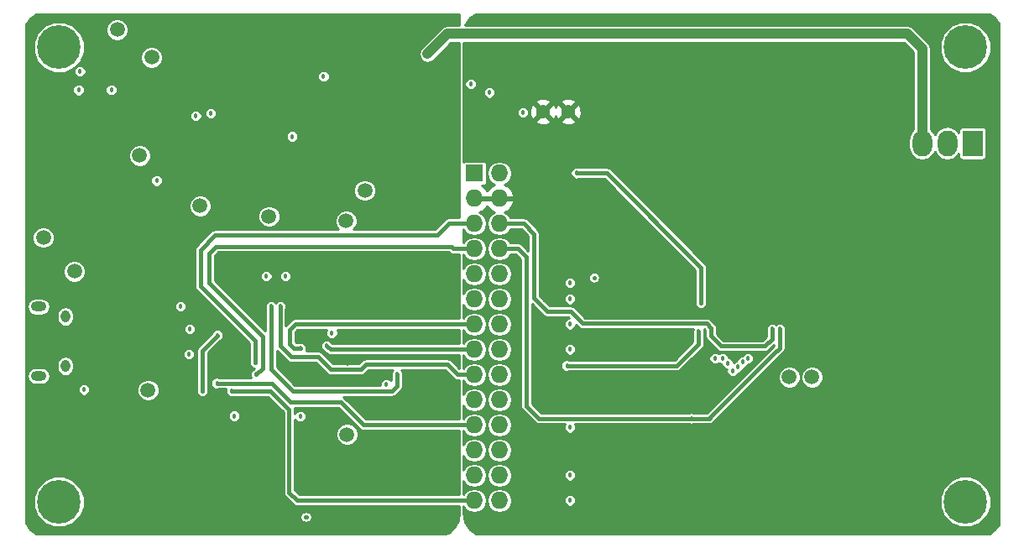
<source format=gbr>
G04 #@! TF.FileFunction,Copper,L4,Bot,Signal*
%FSLAX46Y46*%
G04 Gerber Fmt 4.6, Leading zero omitted, Abs format (unit mm)*
G04 Created by KiCad (PCBNEW 4.0.5+dfsg1-4~bpo8+1) date Sun Nov  3 08:51:25 2019*
%MOMM*%
%LPD*%
G01*
G04 APERTURE LIST*
%ADD10C,0.100000*%
%ADD11C,0.460000*%
%ADD12C,4.400000*%
%ADD13C,0.600000*%
%ADD14C,1.400000*%
%ADD15C,1.500000*%
%ADD16O,0.950000X1.250000*%
%ADD17O,1.550000X1.000000*%
%ADD18R,2.000000X2.600000*%
%ADD19O,2.000000X2.600000*%
%ADD20R,1.727200X1.727200*%
%ADD21O,1.727200X1.727200*%
%ADD22C,0.457200*%
%ADD23C,0.399999*%
%ADD24C,0.400000*%
%ADD25C,0.203200*%
%ADD26C,1.016000*%
%ADD27C,0.254000*%
G04 APERTURE END LIST*
D10*
D11*
X179908200Y-91033600D03*
X178511200Y-93395800D03*
X179298600Y-93395800D03*
X180086000Y-93395800D03*
X173939200Y-93395800D03*
X174701200Y-93395800D03*
X175463200Y-93395800D03*
X176225200Y-93395800D03*
X176987200Y-93395800D03*
X177749200Y-93395800D03*
X177749200Y-93395800D03*
X176987200Y-93395800D03*
X176225200Y-93395800D03*
X175463200Y-93395800D03*
X174701200Y-93395800D03*
X173939200Y-93395800D03*
X164719000Y-91059000D03*
X165481000Y-91059000D03*
X166243000Y-91059000D03*
X167005000Y-91059000D03*
X167767000Y-91059000D03*
X168529000Y-91059000D03*
X179146200Y-91033600D03*
X178384200Y-91033600D03*
X177622200Y-91033600D03*
X176860200Y-91033600D03*
X176098200Y-91033600D03*
X175336200Y-91033600D03*
X175336200Y-91033600D03*
X176098200Y-91033600D03*
X176860200Y-91033600D03*
X177622200Y-91033600D03*
X178384200Y-91033600D03*
X179146200Y-91033600D03*
X179146200Y-91033600D03*
X178384200Y-91033600D03*
X177622200Y-91033600D03*
X176860200Y-91033600D03*
X176098200Y-91033600D03*
X175336200Y-91033600D03*
X175336200Y-91033600D03*
X176098200Y-91033600D03*
X176860200Y-91033600D03*
X177622200Y-91033600D03*
X178384200Y-91033600D03*
X179146200Y-91033600D03*
X168783000Y-93319600D03*
X167995600Y-93319600D03*
X167208200Y-93319600D03*
X166420800Y-93319600D03*
X165633400Y-93319600D03*
X168529000Y-91059000D03*
X167767000Y-91059000D03*
X167005000Y-91059000D03*
X166243000Y-91059000D03*
X165481000Y-91059000D03*
X164592000Y-75996800D03*
X164592000Y-70840600D03*
X164668200Y-65506600D03*
X159791400Y-65684400D03*
X149834600Y-65684400D03*
X144678400Y-65684400D03*
X139344400Y-65684400D03*
X144780000Y-100507800D03*
X164846000Y-95656400D03*
X164947600Y-100736400D03*
X159816800Y-100736400D03*
X159969200Y-105257600D03*
X154940000Y-105308400D03*
X149961600Y-105435400D03*
X144932400Y-105486200D03*
X139700000Y-105537000D03*
X125374400Y-111302800D03*
X120192800Y-111328200D03*
X115112800Y-111277400D03*
X110032800Y-111379000D03*
X104978200Y-110591600D03*
X99999800Y-110718600D03*
X100050600Y-105689400D03*
X84963000Y-105689400D03*
X94894400Y-105740200D03*
X90093800Y-105791000D03*
X120015000Y-90449400D03*
X115189000Y-90627200D03*
X90093800Y-80619600D03*
X135204200Y-85521800D03*
X125222000Y-85750400D03*
X115036600Y-85826600D03*
X119964200Y-85801200D03*
X125222000Y-80797400D03*
X120040400Y-80797400D03*
X125145800Y-75895200D03*
X120040400Y-75869800D03*
X115062000Y-75819000D03*
X125145800Y-70637400D03*
X120065800Y-70713600D03*
X115087400Y-70739000D03*
X109931200Y-70764400D03*
X120040400Y-65786000D03*
X115087400Y-65786000D03*
X105079800Y-65735200D03*
X100076000Y-65786000D03*
X149225000Y-76073000D03*
X156286200Y-93980000D03*
X155651200Y-93980000D03*
X155016200Y-93980000D03*
X154381200Y-93980000D03*
X153746200Y-93980000D03*
X156286200Y-93345000D03*
X155651200Y-93345000D03*
X155016200Y-93345000D03*
X154381200Y-93345000D03*
X153746200Y-93345000D03*
X156286200Y-92710000D03*
X155651200Y-92710000D03*
X155016200Y-92710000D03*
X154381200Y-92710000D03*
X153746200Y-92710000D03*
X156286200Y-92075000D03*
X155651200Y-92075000D03*
X155016200Y-92075000D03*
X154381200Y-92075000D03*
X153746200Y-92075000D03*
X156286200Y-91440000D03*
X155651200Y-91440000D03*
X155016200Y-91440000D03*
X154381200Y-91440000D03*
X153746200Y-91440000D03*
X158496000Y-91186000D03*
X146939000Y-76835000D03*
X144907000Y-76708000D03*
D12*
X177800000Y-64770000D03*
D13*
X179450000Y-64770000D03*
X178966726Y-65936726D03*
X177800000Y-66420000D03*
X176633274Y-65936726D03*
X176150000Y-64770000D03*
X176633274Y-63603274D03*
X177800000Y-63120000D03*
X178966726Y-63603274D03*
D12*
X177800000Y-110617000D03*
D13*
X179450000Y-110617000D03*
X178966726Y-111783726D03*
X177800000Y-112267000D03*
X176633274Y-111783726D03*
X176150000Y-110617000D03*
X176633274Y-109450274D03*
X177800000Y-108967000D03*
X178966726Y-109450274D03*
D12*
X86360000Y-110617000D03*
D13*
X88010000Y-110617000D03*
X87526726Y-111783726D03*
X86360000Y-112267000D03*
X85193274Y-111783726D03*
X84710000Y-110617000D03*
X85193274Y-109450274D03*
X86360000Y-108967000D03*
X87526726Y-109450274D03*
D11*
X160274000Y-93091000D03*
X162179000Y-93345000D03*
X162814000Y-93345000D03*
X163449000Y-93345000D03*
X164084000Y-93345000D03*
X164846000Y-93319600D03*
X159258000Y-91186000D03*
X160020000Y-91186000D03*
X160655000Y-91186000D03*
X161290000Y-91186000D03*
X161925000Y-91186000D03*
X162687000Y-91186000D03*
X163449000Y-91186000D03*
X164084000Y-91186000D03*
X164719000Y-91059000D03*
X154051000Y-88900000D03*
X153924000Y-88265000D03*
X153797000Y-87757000D03*
X153797000Y-87122000D03*
X153797000Y-86487000D03*
X153797000Y-85725000D03*
X153797000Y-84836000D03*
X153797000Y-84074000D03*
X153670000Y-79248000D03*
X153670000Y-78613000D03*
X153670000Y-77978000D03*
X153670000Y-77216000D03*
X153670000Y-76581000D03*
X153797000Y-75946000D03*
X153924000Y-75311000D03*
X154051000Y-74676000D03*
X154432000Y-74168000D03*
X154813000Y-73787000D03*
X155194000Y-73406000D03*
X155702000Y-73152000D03*
X156337000Y-72898000D03*
X156972000Y-72898000D03*
X157607000Y-73025000D03*
X158242000Y-73279000D03*
X158750000Y-73660000D03*
X159131000Y-74168000D03*
X159512000Y-74676000D03*
X159766000Y-75311000D03*
X159893000Y-75946000D03*
X159893000Y-76581000D03*
X159766000Y-77216000D03*
X159766000Y-77851000D03*
X159639000Y-78486000D03*
X159512000Y-79121000D03*
X159512000Y-79756000D03*
X159385000Y-80391000D03*
X159385000Y-81026000D03*
X159258000Y-81661000D03*
X159131000Y-82296000D03*
X159004000Y-82931000D03*
X158877000Y-83566000D03*
X158750000Y-84201000D03*
X158623000Y-84709000D03*
X158369000Y-85217000D03*
X158115000Y-85725000D03*
X157861000Y-86233000D03*
X157480000Y-86741000D03*
X157226000Y-87249000D03*
X156972000Y-87884000D03*
X156718000Y-88519000D03*
X156591000Y-89154000D03*
X155702000Y-79502000D03*
X155829000Y-78867000D03*
X155829000Y-78232000D03*
X155829000Y-77470000D03*
X155829000Y-76835000D03*
X155829000Y-76327000D03*
X155956000Y-75692000D03*
X156210000Y-75184000D03*
X156845000Y-74930000D03*
X157353000Y-75184000D03*
X157734000Y-75692000D03*
X157861000Y-76327000D03*
X157861000Y-76962000D03*
X157734000Y-77597000D03*
X157607000Y-78232000D03*
X157607000Y-78994000D03*
X157480000Y-79756000D03*
X157353000Y-80518000D03*
X157226000Y-81153000D03*
X157226000Y-81915000D03*
X157099000Y-82677000D03*
X156972000Y-83312000D03*
X156718000Y-83947000D03*
X156514800Y-84531200D03*
X156210000Y-85090000D03*
X155905200Y-85623400D03*
D14*
X135178800Y-71259700D03*
X137718800Y-71259700D03*
D15*
X95351600Y-99364800D03*
X95707200Y-65786000D03*
X84785200Y-83972400D03*
X92252800Y-62992000D03*
X87934800Y-87376000D03*
X100584000Y-80772000D03*
X117221000Y-79222600D03*
X115316000Y-82296000D03*
X107543600Y-81838800D03*
X115417600Y-103835200D03*
X94488000Y-75692000D03*
D16*
X86995000Y-96937200D03*
X86995000Y-91937200D03*
D17*
X84295000Y-90937200D03*
X84295000Y-97937200D03*
D18*
X178511200Y-74447400D03*
D19*
X175971200Y-74447400D03*
X173431200Y-74447400D03*
D15*
X162306000Y-98044000D03*
X160020000Y-98044000D03*
D12*
X86360000Y-64770000D03*
D13*
X88010000Y-64770000D03*
X87526726Y-65936726D03*
X86360000Y-66420000D03*
X85193274Y-65936726D03*
X84710000Y-64770000D03*
X85193274Y-63603274D03*
X86360000Y-63120000D03*
X87526726Y-63603274D03*
D20*
X128270000Y-77470000D03*
D21*
X130810000Y-77470000D03*
X128270000Y-80010000D03*
X130810000Y-80010000D03*
X128270000Y-82550000D03*
X130810000Y-82550000D03*
X128270000Y-85090000D03*
X130810000Y-85090000D03*
X128270000Y-87630000D03*
X130810000Y-87630000D03*
X128270000Y-90170000D03*
X130810000Y-90170000D03*
X128270000Y-92710000D03*
X130810000Y-92710000D03*
X128270000Y-95250000D03*
X130810000Y-95250000D03*
X128270000Y-97790000D03*
X130810000Y-97790000D03*
X128270000Y-100330000D03*
X130810000Y-100330000D03*
X128270000Y-102870000D03*
X130810000Y-102870000D03*
X128270000Y-105410000D03*
X130810000Y-105410000D03*
X128270000Y-107950000D03*
X130810000Y-107950000D03*
X128270000Y-110490000D03*
X130810000Y-110490000D03*
D22*
X127889000Y-68453000D03*
X133172200Y-71335900D03*
X178358800Y-85242400D03*
X108635800Y-67792600D03*
X145059400Y-91084400D03*
X140716000Y-94437200D03*
X94488000Y-101447600D03*
X119380000Y-97688400D03*
X117703600Y-102108000D03*
X122072400Y-101142800D03*
X113436400Y-91643200D03*
X111099600Y-97637600D03*
X106781600Y-101600000D03*
X101752400Y-98145600D03*
X98907600Y-97383600D03*
X101803200Y-95656400D03*
X101854000Y-93218000D03*
X100736400Y-90678000D03*
X109270800Y-90271600D03*
X112522000Y-87020400D03*
X111150400Y-87020400D03*
X107391200Y-70256400D03*
X101549200Y-68630800D03*
X100076000Y-67462400D03*
X96469200Y-72847200D03*
X96469200Y-71678800D03*
X96469200Y-70307200D03*
X93319600Y-67106800D03*
X88341200Y-70358000D03*
X88087200Y-71577200D03*
X88138000Y-71577200D03*
X84836000Y-69138800D03*
X92811600Y-81991200D03*
X91694000Y-84836000D03*
X98298000Y-87223600D03*
X85547200Y-95707200D03*
X86156800Y-88849200D03*
X91795600Y-91135200D03*
X89966800Y-94030800D03*
X97688400Y-92659200D03*
X97485200Y-90881200D03*
X97637600Y-96672400D03*
X115468400Y-96621600D03*
X115468400Y-94132400D03*
X102412800Y-87934800D03*
X109220000Y-86664800D03*
X98348800Y-95707200D03*
X107289600Y-86715600D03*
X110693200Y-103073200D03*
X103987600Y-103073200D03*
X132715000Y-80111600D03*
X133223000Y-75031600D03*
X162433000Y-94742000D03*
X162306000Y-69088000D03*
X162179000Y-67056000D03*
X133223000Y-68707000D03*
X157353000Y-98552000D03*
X175971200Y-85242400D03*
X156464000Y-65405000D03*
X148971000Y-94488000D03*
X148844000Y-91694000D03*
X150241000Y-87503000D03*
X150241000Y-89281000D03*
X159893000Y-89027000D03*
X159893000Y-90297000D03*
X127889000Y-65024000D03*
X128143000Y-74549000D03*
X129794000Y-69342000D03*
X151130000Y-90551000D03*
X138557000Y-77470000D03*
X150876000Y-93472000D03*
X137617200Y-96875600D03*
X110744000Y-95148400D03*
X113385600Y-94894400D03*
X108661200Y-90932000D03*
X102311200Y-98653600D03*
X103784400Y-99466400D03*
X100838000Y-99415600D03*
X102362000Y-93827600D03*
X137922000Y-103124000D03*
X152527000Y-96139000D03*
X137922000Y-110490000D03*
X153797000Y-96647000D03*
X137922000Y-95250000D03*
X154305000Y-97409000D03*
X137922000Y-92710000D03*
X154813000Y-97028000D03*
X137922000Y-90170000D03*
X155321000Y-96520000D03*
X155829000Y-96139000D03*
X137922000Y-88519000D03*
X106172000Y-96545400D03*
X153289000Y-96139000D03*
X137922000Y-107950000D03*
X123545600Y-65430400D03*
X113055400Y-67716400D03*
X88900000Y-99314000D03*
X119380000Y-98755200D03*
X96215200Y-78232000D03*
X109880400Y-73761600D03*
X100177600Y-71678800D03*
X101650800Y-71424800D03*
X91643200Y-69037200D03*
X88493600Y-67208400D03*
X88341200Y-69088000D03*
X99568000Y-93167200D03*
X98602800Y-90881200D03*
X113893600Y-93573600D03*
X109220000Y-87833200D03*
X99466400Y-95707200D03*
X107289600Y-87833200D03*
X110693200Y-102006400D03*
X104038400Y-101955600D03*
X106273600Y-97790000D03*
X107746800Y-90932000D03*
X120446800Y-97790000D03*
X158292800Y-93218000D03*
X159054800Y-93218000D03*
X150164800Y-102209600D03*
D23*
X140335000Y-88011000D02*
X140335000Y-88011000D01*
D24*
X111302800Y-112166400D02*
X111252000Y-112166400D01*
D23*
X151130000Y-90551000D02*
X151130000Y-86995000D01*
X141605000Y-77470000D02*
X138557000Y-77470000D01*
X151130000Y-86995000D02*
X141605000Y-77470000D01*
D24*
X150876000Y-93472000D02*
X150876000Y-94691200D01*
X148691600Y-96875600D02*
X137617200Y-96875600D01*
X150876000Y-94691200D02*
X148691600Y-96875600D01*
X128270000Y-92710000D02*
X110185200Y-92710000D01*
X110185200Y-92710000D02*
X109626400Y-93268800D01*
X109626400Y-93268800D02*
X109626400Y-94691200D01*
X109626400Y-94691200D02*
X110083600Y-95148400D01*
X110083600Y-95148400D02*
X110744000Y-95148400D01*
X128270000Y-95250000D02*
X113741200Y-95250000D01*
X113741200Y-95250000D02*
X113385600Y-94894400D01*
X128270000Y-97790000D02*
X126542800Y-97790000D01*
X126542800Y-97790000D02*
X125526800Y-96774000D01*
D25*
X128270000Y-97790000D02*
X127177500Y-97790000D01*
D24*
X125526800Y-96774000D02*
X117348000Y-96774000D01*
X117348000Y-96774000D02*
X116840000Y-97282000D01*
X116840000Y-97282000D02*
X113792000Y-97282000D01*
X113792000Y-97282000D02*
X112522000Y-96012000D01*
X112522000Y-96012000D02*
X109778800Y-96012000D01*
X109778800Y-96012000D02*
X108661200Y-94894400D01*
X108661200Y-94894400D02*
X108661200Y-90932000D01*
X128270000Y-102870000D02*
X117094000Y-102870000D01*
X117094000Y-102870000D02*
X114757200Y-100533200D01*
D25*
X128270000Y-102870000D02*
X127177500Y-102870000D01*
D24*
X114757200Y-100533200D02*
X109728000Y-100533200D01*
X109728000Y-100533200D02*
X107848400Y-98653600D01*
X107848400Y-98653600D02*
X102311200Y-98653600D01*
X128270000Y-110490000D02*
X110388400Y-110490000D01*
X110388400Y-110490000D02*
X109575600Y-109677200D01*
X109575600Y-109677200D02*
X109575600Y-101346000D01*
X109575600Y-101346000D02*
X107696000Y-99466400D01*
X107696000Y-99466400D02*
X103784400Y-99466400D01*
X100838000Y-95351600D02*
X100838000Y-99415600D01*
X102362000Y-93827600D02*
X100838000Y-95351600D01*
X125679200Y-82550000D02*
X124510800Y-83718400D01*
X124510800Y-83718400D02*
X102108000Y-83718400D01*
X102108000Y-83718400D02*
X100634800Y-85191600D01*
X100634800Y-85191600D02*
X100634800Y-88874600D01*
X100634800Y-88874600D02*
X106172000Y-94411800D01*
X106172000Y-94411800D02*
X106172000Y-96545400D01*
X128270000Y-82550000D02*
X125679200Y-82550000D01*
D26*
X173431200Y-74447400D02*
X173431200Y-64922400D01*
X125552200Y-63423800D02*
X123545600Y-65430400D01*
X171932600Y-63423800D02*
X125552200Y-63423800D01*
X173431200Y-64922400D02*
X171932600Y-63423800D01*
D24*
X126161800Y-85090000D02*
X125933200Y-84861400D01*
X125933200Y-84861400D02*
X102184200Y-84861400D01*
X102184200Y-84861400D02*
X101473000Y-85572600D01*
X101473000Y-85572600D02*
X101473000Y-88519000D01*
X101473000Y-88519000D02*
X106908600Y-93954600D01*
X106908600Y-93954600D02*
X106908600Y-97155000D01*
X106908600Y-97155000D02*
X106273600Y-97790000D01*
X126161800Y-85090000D02*
X128270000Y-85090000D01*
X107746800Y-97282000D02*
X107746800Y-90932000D01*
X109931200Y-99466400D02*
X107746800Y-97282000D01*
X119938800Y-99466400D02*
X109931200Y-99466400D01*
X120446800Y-98958400D02*
X119938800Y-99466400D01*
X120446800Y-97790000D02*
X120446800Y-98958400D01*
X158292800Y-93218000D02*
X158292800Y-94183200D01*
X133223000Y-82550000D02*
X130810000Y-82550000D01*
X134264400Y-83591400D02*
X133223000Y-82550000D01*
X134264400Y-90068400D02*
X134264400Y-83591400D01*
X135610600Y-91414600D02*
X134264400Y-90068400D01*
X137972800Y-91414600D02*
X135610600Y-91414600D01*
X139192000Y-92633800D02*
X137972800Y-91414600D01*
X151714200Y-92633800D02*
X139192000Y-92633800D01*
X152146000Y-93065600D02*
X151714200Y-92633800D01*
X152146000Y-93903800D02*
X152146000Y-93065600D01*
X153162000Y-94919800D02*
X152146000Y-93903800D01*
X157556200Y-94919800D02*
X153162000Y-94919800D01*
X158292800Y-94183200D02*
X157556200Y-94919800D01*
X152146000Y-102006400D02*
X151942800Y-102209600D01*
X158496000Y-95656400D02*
X152146000Y-102006400D01*
X151942800Y-102209600D02*
X150164800Y-102209600D01*
X159054800Y-95097600D02*
X158496000Y-95656400D01*
X159054800Y-93218000D02*
X159054800Y-95097600D01*
X150164800Y-102209600D02*
X134747000Y-102209600D01*
X132664200Y-85090000D02*
X130810000Y-85090000D01*
X133477000Y-85902800D02*
X132664200Y-85090000D01*
X133477000Y-100939600D02*
X133477000Y-85902800D01*
X134747000Y-102209600D02*
X133477000Y-100939600D01*
D27*
G36*
X126722101Y-62534800D02*
X125552200Y-62534800D01*
X125211994Y-62602471D01*
X125015535Y-62733741D01*
X124923582Y-62795182D01*
X122916982Y-64801782D01*
X122724271Y-65090195D01*
X122656600Y-65430400D01*
X122724271Y-65770605D01*
X122916982Y-66059018D01*
X123205395Y-66251729D01*
X123545600Y-66319400D01*
X123885805Y-66251729D01*
X124174218Y-66059018D01*
X125920436Y-64312800D01*
X126723796Y-64312800D01*
X126740627Y-81969000D01*
X125679200Y-81969000D01*
X125456861Y-82013226D01*
X125268371Y-82139171D01*
X124270142Y-83137400D01*
X116074004Y-83137400D01*
X116274256Y-82937497D01*
X116446804Y-82521957D01*
X116447196Y-82072017D01*
X116275375Y-81656177D01*
X115957497Y-81337744D01*
X115541957Y-81165196D01*
X115092017Y-81164804D01*
X114676177Y-81336625D01*
X114357744Y-81654503D01*
X114185196Y-82070043D01*
X114184804Y-82519983D01*
X114356625Y-82935823D01*
X114557851Y-83137400D01*
X102108000Y-83137400D01*
X101885661Y-83181626D01*
X101697171Y-83307571D01*
X100223971Y-84780771D01*
X100098026Y-84969261D01*
X100053800Y-85191600D01*
X100053800Y-88874600D01*
X100098026Y-89096939D01*
X100223971Y-89285429D01*
X105591000Y-94652458D01*
X105591000Y-96354989D01*
X105562506Y-96423611D01*
X105562294Y-96666125D01*
X105654905Y-96890260D01*
X105826238Y-97061893D01*
X106050211Y-97154894D01*
X106087016Y-97154926D01*
X105997412Y-97244530D01*
X105928740Y-97272905D01*
X105757107Y-97444238D01*
X105664106Y-97668211D01*
X105663894Y-97910725D01*
X105730780Y-98072600D01*
X102501611Y-98072600D01*
X102432989Y-98044106D01*
X102190475Y-98043894D01*
X101966340Y-98136505D01*
X101794707Y-98307838D01*
X101701706Y-98531811D01*
X101701494Y-98774325D01*
X101794105Y-98998460D01*
X101965438Y-99170093D01*
X102189411Y-99263094D01*
X102431925Y-99263306D01*
X102501399Y-99234600D01*
X103220586Y-99234600D01*
X103174906Y-99344611D01*
X103174694Y-99587125D01*
X103267305Y-99811260D01*
X103438638Y-99982893D01*
X103662611Y-100075894D01*
X103905125Y-100076106D01*
X103974599Y-100047400D01*
X107455342Y-100047400D01*
X108994600Y-101586658D01*
X108994600Y-109677200D01*
X109038826Y-109899539D01*
X109164771Y-110088029D01*
X109977571Y-110900829D01*
X110166061Y-111026774D01*
X110388400Y-111071000D01*
X126768369Y-111071000D01*
X126768966Y-111696902D01*
X126649938Y-112452619D01*
X126307664Y-113125477D01*
X125774114Y-113659536D01*
X125412339Y-113844000D01*
X84080317Y-113844000D01*
X83436311Y-113413689D01*
X83006000Y-112769683D01*
X83006000Y-111128140D01*
X83778553Y-111128140D01*
X84170659Y-112077109D01*
X84896072Y-112803790D01*
X85844355Y-113197551D01*
X86871140Y-113198447D01*
X87820109Y-112806341D01*
X88461168Y-112166400D01*
X110671000Y-112166400D01*
X110715226Y-112388739D01*
X110841171Y-112577229D01*
X111029661Y-112703174D01*
X111252000Y-112747400D01*
X111302800Y-112747400D01*
X111525139Y-112703174D01*
X111713629Y-112577229D01*
X111839574Y-112388739D01*
X111883800Y-112166400D01*
X111839574Y-111944061D01*
X111713629Y-111755571D01*
X111525139Y-111629626D01*
X111302800Y-111585400D01*
X111252000Y-111585400D01*
X111029661Y-111629626D01*
X110841171Y-111755571D01*
X110715226Y-111944061D01*
X110671000Y-112166400D01*
X88461168Y-112166400D01*
X88546790Y-112080928D01*
X88940551Y-111132645D01*
X88941447Y-110105860D01*
X88549341Y-109156891D01*
X87823928Y-108430210D01*
X86875645Y-108036449D01*
X85848860Y-108035553D01*
X84899891Y-108427659D01*
X84173210Y-109153072D01*
X83779449Y-110101355D01*
X83778553Y-111128140D01*
X83006000Y-111128140D01*
X83006000Y-102076325D01*
X103428694Y-102076325D01*
X103521305Y-102300460D01*
X103692638Y-102472093D01*
X103916611Y-102565094D01*
X104159125Y-102565306D01*
X104383260Y-102472695D01*
X104554893Y-102301362D01*
X104647894Y-102077389D01*
X104648106Y-101834875D01*
X104555495Y-101610740D01*
X104384162Y-101439107D01*
X104160189Y-101346106D01*
X103917675Y-101345894D01*
X103693540Y-101438505D01*
X103521907Y-101609838D01*
X103428906Y-101833811D01*
X103428694Y-102076325D01*
X83006000Y-102076325D01*
X83006000Y-99434725D01*
X88290294Y-99434725D01*
X88382905Y-99658860D01*
X88554238Y-99830493D01*
X88778211Y-99923494D01*
X89020725Y-99923706D01*
X89244860Y-99831095D01*
X89416493Y-99659762D01*
X89445965Y-99588783D01*
X94220404Y-99588783D01*
X94392225Y-100004623D01*
X94710103Y-100323056D01*
X95125643Y-100495604D01*
X95575583Y-100495996D01*
X95991423Y-100324175D01*
X96309856Y-100006297D01*
X96482404Y-99590757D01*
X96482451Y-99536325D01*
X100228294Y-99536325D01*
X100320905Y-99760460D01*
X100492238Y-99932093D01*
X100716211Y-100025094D01*
X100958725Y-100025306D01*
X101182860Y-99932695D01*
X101354493Y-99761362D01*
X101447494Y-99537389D01*
X101447706Y-99294875D01*
X101419000Y-99225401D01*
X101419000Y-95592258D01*
X102638188Y-94373070D01*
X102706860Y-94344695D01*
X102878493Y-94173362D01*
X102971494Y-93949389D01*
X102971706Y-93706875D01*
X102879095Y-93482740D01*
X102707762Y-93311107D01*
X102483789Y-93218106D01*
X102241275Y-93217894D01*
X102017140Y-93310505D01*
X101845507Y-93481838D01*
X101816680Y-93551262D01*
X100427171Y-94940771D01*
X100301226Y-95129261D01*
X100257000Y-95351600D01*
X100257000Y-99225189D01*
X100228506Y-99293811D01*
X100228294Y-99536325D01*
X96482451Y-99536325D01*
X96482796Y-99140817D01*
X96310975Y-98724977D01*
X95993097Y-98406544D01*
X95577557Y-98233996D01*
X95127617Y-98233604D01*
X94711777Y-98405425D01*
X94393344Y-98723303D01*
X94220796Y-99138843D01*
X94220404Y-99588783D01*
X89445965Y-99588783D01*
X89509494Y-99435789D01*
X89509706Y-99193275D01*
X89417095Y-98969140D01*
X89245762Y-98797507D01*
X89021789Y-98704506D01*
X88779275Y-98704294D01*
X88555140Y-98796905D01*
X88383507Y-98968238D01*
X88290506Y-99192211D01*
X88290294Y-99434725D01*
X83006000Y-99434725D01*
X83006000Y-97937200D01*
X83116353Y-97937200D01*
X83183415Y-98274344D01*
X83374392Y-98560161D01*
X83660209Y-98751138D01*
X83997353Y-98818200D01*
X84592647Y-98818200D01*
X84929791Y-98751138D01*
X85215608Y-98560161D01*
X85406585Y-98274344D01*
X85473647Y-97937200D01*
X85406585Y-97600056D01*
X85215608Y-97314239D01*
X84929791Y-97123262D01*
X84592647Y-97056200D01*
X83997353Y-97056200D01*
X83660209Y-97123262D01*
X83374392Y-97314239D01*
X83183415Y-97600056D01*
X83116353Y-97937200D01*
X83006000Y-97937200D01*
X83006000Y-96767491D01*
X86139000Y-96767491D01*
X86139000Y-97106909D01*
X86204159Y-97434486D01*
X86389717Y-97712192D01*
X86667423Y-97897750D01*
X86995000Y-97962909D01*
X87322577Y-97897750D01*
X87600283Y-97712192D01*
X87785841Y-97434486D01*
X87851000Y-97106909D01*
X87851000Y-96767491D01*
X87785841Y-96439914D01*
X87600283Y-96162208D01*
X87322577Y-95976650D01*
X86995000Y-95911491D01*
X86667423Y-95976650D01*
X86389717Y-96162208D01*
X86204159Y-96439914D01*
X86139000Y-96767491D01*
X83006000Y-96767491D01*
X83006000Y-95827925D01*
X98856694Y-95827925D01*
X98949305Y-96052060D01*
X99120638Y-96223693D01*
X99344611Y-96316694D01*
X99587125Y-96316906D01*
X99811260Y-96224295D01*
X99982893Y-96052962D01*
X100075894Y-95828989D01*
X100076106Y-95586475D01*
X99983495Y-95362340D01*
X99812162Y-95190707D01*
X99588189Y-95097706D01*
X99345675Y-95097494D01*
X99121540Y-95190105D01*
X98949907Y-95361438D01*
X98856906Y-95585411D01*
X98856694Y-95827925D01*
X83006000Y-95827925D01*
X83006000Y-93287925D01*
X98958294Y-93287925D01*
X99050905Y-93512060D01*
X99222238Y-93683693D01*
X99446211Y-93776694D01*
X99688725Y-93776906D01*
X99912860Y-93684295D01*
X100084493Y-93512962D01*
X100177494Y-93288989D01*
X100177706Y-93046475D01*
X100085095Y-92822340D01*
X99913762Y-92650707D01*
X99689789Y-92557706D01*
X99447275Y-92557494D01*
X99223140Y-92650105D01*
X99051507Y-92821438D01*
X98958506Y-93045411D01*
X98958294Y-93287925D01*
X83006000Y-93287925D01*
X83006000Y-90937200D01*
X83116353Y-90937200D01*
X83183415Y-91274344D01*
X83374392Y-91560161D01*
X83660209Y-91751138D01*
X83997353Y-91818200D01*
X84592647Y-91818200D01*
X84847578Y-91767491D01*
X86139000Y-91767491D01*
X86139000Y-92106909D01*
X86204159Y-92434486D01*
X86389717Y-92712192D01*
X86667423Y-92897750D01*
X86995000Y-92962909D01*
X87322577Y-92897750D01*
X87600283Y-92712192D01*
X87785841Y-92434486D01*
X87851000Y-92106909D01*
X87851000Y-91767491D01*
X87785841Y-91439914D01*
X87600283Y-91162208D01*
X87360404Y-91001925D01*
X97993094Y-91001925D01*
X98085705Y-91226060D01*
X98257038Y-91397693D01*
X98481011Y-91490694D01*
X98723525Y-91490906D01*
X98947660Y-91398295D01*
X99119293Y-91226962D01*
X99212294Y-91002989D01*
X99212506Y-90760475D01*
X99119895Y-90536340D01*
X98948562Y-90364707D01*
X98724589Y-90271706D01*
X98482075Y-90271494D01*
X98257940Y-90364105D01*
X98086307Y-90535438D01*
X97993306Y-90759411D01*
X97993094Y-91001925D01*
X87360404Y-91001925D01*
X87322577Y-90976650D01*
X86995000Y-90911491D01*
X86667423Y-90976650D01*
X86389717Y-91162208D01*
X86204159Y-91439914D01*
X86139000Y-91767491D01*
X84847578Y-91767491D01*
X84929791Y-91751138D01*
X85215608Y-91560161D01*
X85406585Y-91274344D01*
X85473647Y-90937200D01*
X85406585Y-90600056D01*
X85215608Y-90314239D01*
X84929791Y-90123262D01*
X84592647Y-90056200D01*
X83997353Y-90056200D01*
X83660209Y-90123262D01*
X83374392Y-90314239D01*
X83183415Y-90600056D01*
X83116353Y-90937200D01*
X83006000Y-90937200D01*
X83006000Y-87599983D01*
X86803604Y-87599983D01*
X86975425Y-88015823D01*
X87293303Y-88334256D01*
X87708843Y-88506804D01*
X88158783Y-88507196D01*
X88574623Y-88335375D01*
X88893056Y-88017497D01*
X89065604Y-87601957D01*
X89065996Y-87152017D01*
X88894175Y-86736177D01*
X88576297Y-86417744D01*
X88160757Y-86245196D01*
X87710817Y-86244804D01*
X87294977Y-86416625D01*
X86976544Y-86734503D01*
X86803996Y-87150043D01*
X86803604Y-87599983D01*
X83006000Y-87599983D01*
X83006000Y-84196383D01*
X83654004Y-84196383D01*
X83825825Y-84612223D01*
X84143703Y-84930656D01*
X84559243Y-85103204D01*
X85009183Y-85103596D01*
X85425023Y-84931775D01*
X85743456Y-84613897D01*
X85916004Y-84198357D01*
X85916396Y-83748417D01*
X85744575Y-83332577D01*
X85426697Y-83014144D01*
X85011157Y-82841596D01*
X84561217Y-82841204D01*
X84145377Y-83013025D01*
X83826944Y-83330903D01*
X83654396Y-83746443D01*
X83654004Y-84196383D01*
X83006000Y-84196383D01*
X83006000Y-82062783D01*
X106412404Y-82062783D01*
X106584225Y-82478623D01*
X106902103Y-82797056D01*
X107317643Y-82969604D01*
X107767583Y-82969996D01*
X108183423Y-82798175D01*
X108501856Y-82480297D01*
X108674404Y-82064757D01*
X108674796Y-81614817D01*
X108502975Y-81198977D01*
X108185097Y-80880544D01*
X107769557Y-80707996D01*
X107319617Y-80707604D01*
X106903777Y-80879425D01*
X106585344Y-81197303D01*
X106412796Y-81612843D01*
X106412404Y-82062783D01*
X83006000Y-82062783D01*
X83006000Y-80995983D01*
X99452804Y-80995983D01*
X99624625Y-81411823D01*
X99942503Y-81730256D01*
X100358043Y-81902804D01*
X100807983Y-81903196D01*
X101223823Y-81731375D01*
X101542256Y-81413497D01*
X101714804Y-80997957D01*
X101715196Y-80548017D01*
X101543375Y-80132177D01*
X101225497Y-79813744D01*
X100809957Y-79641196D01*
X100360017Y-79640804D01*
X99944177Y-79812625D01*
X99625744Y-80130503D01*
X99453196Y-80546043D01*
X99452804Y-80995983D01*
X83006000Y-80995983D01*
X83006000Y-79446583D01*
X116089804Y-79446583D01*
X116261625Y-79862423D01*
X116579503Y-80180856D01*
X116995043Y-80353404D01*
X117444983Y-80353796D01*
X117860823Y-80181975D01*
X118179256Y-79864097D01*
X118351804Y-79448557D01*
X118352196Y-78998617D01*
X118180375Y-78582777D01*
X117862497Y-78264344D01*
X117446957Y-78091796D01*
X116997017Y-78091404D01*
X116581177Y-78263225D01*
X116262744Y-78581103D01*
X116090196Y-78996643D01*
X116089804Y-79446583D01*
X83006000Y-79446583D01*
X83006000Y-78352725D01*
X95605494Y-78352725D01*
X95698105Y-78576860D01*
X95869438Y-78748493D01*
X96093411Y-78841494D01*
X96335925Y-78841706D01*
X96560060Y-78749095D01*
X96731693Y-78577762D01*
X96824694Y-78353789D01*
X96824906Y-78111275D01*
X96732295Y-77887140D01*
X96560962Y-77715507D01*
X96336989Y-77622506D01*
X96094475Y-77622294D01*
X95870340Y-77714905D01*
X95698707Y-77886238D01*
X95605706Y-78110211D01*
X95605494Y-78352725D01*
X83006000Y-78352725D01*
X83006000Y-75915983D01*
X93356804Y-75915983D01*
X93528625Y-76331823D01*
X93846503Y-76650256D01*
X94262043Y-76822804D01*
X94711983Y-76823196D01*
X95127823Y-76651375D01*
X95446256Y-76333497D01*
X95618804Y-75917957D01*
X95619196Y-75468017D01*
X95447375Y-75052177D01*
X95129497Y-74733744D01*
X94713957Y-74561196D01*
X94264017Y-74560804D01*
X93848177Y-74732625D01*
X93529744Y-75050503D01*
X93357196Y-75466043D01*
X93356804Y-75915983D01*
X83006000Y-75915983D01*
X83006000Y-73882325D01*
X109270694Y-73882325D01*
X109363305Y-74106460D01*
X109534638Y-74278093D01*
X109758611Y-74371094D01*
X110001125Y-74371306D01*
X110225260Y-74278695D01*
X110396893Y-74107362D01*
X110489894Y-73883389D01*
X110490106Y-73640875D01*
X110397495Y-73416740D01*
X110226162Y-73245107D01*
X110002189Y-73152106D01*
X109759675Y-73151894D01*
X109535540Y-73244505D01*
X109363907Y-73415838D01*
X109270906Y-73639811D01*
X109270694Y-73882325D01*
X83006000Y-73882325D01*
X83006000Y-71799525D01*
X99567894Y-71799525D01*
X99660505Y-72023660D01*
X99831838Y-72195293D01*
X100055811Y-72288294D01*
X100298325Y-72288506D01*
X100522460Y-72195895D01*
X100694093Y-72024562D01*
X100787094Y-71800589D01*
X100787306Y-71558075D01*
X100782121Y-71545525D01*
X101041094Y-71545525D01*
X101133705Y-71769660D01*
X101305038Y-71941293D01*
X101529011Y-72034294D01*
X101771525Y-72034506D01*
X101995660Y-71941895D01*
X102167293Y-71770562D01*
X102260294Y-71546589D01*
X102260506Y-71304075D01*
X102167895Y-71079940D01*
X101996562Y-70908307D01*
X101772589Y-70815306D01*
X101530075Y-70815094D01*
X101305940Y-70907705D01*
X101134307Y-71079038D01*
X101041306Y-71303011D01*
X101041094Y-71545525D01*
X100782121Y-71545525D01*
X100694695Y-71333940D01*
X100523362Y-71162307D01*
X100299389Y-71069306D01*
X100056875Y-71069094D01*
X99832740Y-71161705D01*
X99661107Y-71333038D01*
X99568106Y-71557011D01*
X99567894Y-71799525D01*
X83006000Y-71799525D01*
X83006000Y-69208725D01*
X87731494Y-69208725D01*
X87824105Y-69432860D01*
X87995438Y-69604493D01*
X88219411Y-69697494D01*
X88461925Y-69697706D01*
X88686060Y-69605095D01*
X88857693Y-69433762D01*
X88950694Y-69209789D01*
X88950739Y-69157925D01*
X91033494Y-69157925D01*
X91126105Y-69382060D01*
X91297438Y-69553693D01*
X91521411Y-69646694D01*
X91763925Y-69646906D01*
X91988060Y-69554295D01*
X92159693Y-69382962D01*
X92252694Y-69158989D01*
X92252906Y-68916475D01*
X92160295Y-68692340D01*
X91988962Y-68520707D01*
X91764989Y-68427706D01*
X91522475Y-68427494D01*
X91298340Y-68520105D01*
X91126707Y-68691438D01*
X91033706Y-68915411D01*
X91033494Y-69157925D01*
X88950739Y-69157925D01*
X88950906Y-68967275D01*
X88858295Y-68743140D01*
X88686962Y-68571507D01*
X88462989Y-68478506D01*
X88220475Y-68478294D01*
X87996340Y-68570905D01*
X87824707Y-68742238D01*
X87731706Y-68966211D01*
X87731494Y-69208725D01*
X83006000Y-69208725D01*
X83006000Y-67837125D01*
X112445694Y-67837125D01*
X112538305Y-68061260D01*
X112709638Y-68232893D01*
X112933611Y-68325894D01*
X113176125Y-68326106D01*
X113400260Y-68233495D01*
X113571893Y-68062162D01*
X113664894Y-67838189D01*
X113665106Y-67595675D01*
X113572495Y-67371540D01*
X113401162Y-67199907D01*
X113177189Y-67106906D01*
X112934675Y-67106694D01*
X112710540Y-67199305D01*
X112538907Y-67370638D01*
X112445906Y-67594611D01*
X112445694Y-67837125D01*
X83006000Y-67837125D01*
X83006000Y-65281140D01*
X83778553Y-65281140D01*
X84170659Y-66230109D01*
X84896072Y-66956790D01*
X85844355Y-67350551D01*
X86871140Y-67351447D01*
X86925163Y-67329125D01*
X87883894Y-67329125D01*
X87976505Y-67553260D01*
X88147838Y-67724893D01*
X88371811Y-67817894D01*
X88614325Y-67818106D01*
X88838460Y-67725495D01*
X89010093Y-67554162D01*
X89103094Y-67330189D01*
X89103306Y-67087675D01*
X89010695Y-66863540D01*
X88839362Y-66691907D01*
X88615389Y-66598906D01*
X88372875Y-66598694D01*
X88148740Y-66691305D01*
X87977107Y-66862638D01*
X87884106Y-67086611D01*
X87883894Y-67329125D01*
X86925163Y-67329125D01*
X87820109Y-66959341D01*
X88546790Y-66233928D01*
X88639779Y-66009983D01*
X94576004Y-66009983D01*
X94747825Y-66425823D01*
X95065703Y-66744256D01*
X95481243Y-66916804D01*
X95931183Y-66917196D01*
X96347023Y-66745375D01*
X96665456Y-66427497D01*
X96838004Y-66011957D01*
X96838396Y-65562017D01*
X96666575Y-65146177D01*
X96348697Y-64827744D01*
X95933157Y-64655196D01*
X95483217Y-64654804D01*
X95067377Y-64826625D01*
X94748944Y-65144503D01*
X94576396Y-65560043D01*
X94576004Y-66009983D01*
X88639779Y-66009983D01*
X88940551Y-65285645D01*
X88941447Y-64258860D01*
X88549341Y-63309891D01*
X88455597Y-63215983D01*
X91121604Y-63215983D01*
X91293425Y-63631823D01*
X91611303Y-63950256D01*
X92026843Y-64122804D01*
X92476783Y-64123196D01*
X92892623Y-63951375D01*
X93211056Y-63633497D01*
X93383604Y-63217957D01*
X93383996Y-62768017D01*
X93212175Y-62352177D01*
X92894297Y-62033744D01*
X92478757Y-61861196D01*
X92028817Y-61860804D01*
X91612977Y-62032625D01*
X91294544Y-62350503D01*
X91121996Y-62766043D01*
X91121604Y-63215983D01*
X88455597Y-63215983D01*
X87823928Y-62583210D01*
X86875645Y-62189449D01*
X85848860Y-62188553D01*
X84899891Y-62580659D01*
X84173210Y-63306072D01*
X83779449Y-64254355D01*
X83778553Y-65281140D01*
X83006000Y-65281140D01*
X83006000Y-62490317D01*
X83436311Y-61846311D01*
X84080317Y-61416000D01*
X126721034Y-61416000D01*
X126722101Y-62534800D01*
X126722101Y-62534800D01*
G37*
X126722101Y-62534800D02*
X125552200Y-62534800D01*
X125211994Y-62602471D01*
X125015535Y-62733741D01*
X124923582Y-62795182D01*
X122916982Y-64801782D01*
X122724271Y-65090195D01*
X122656600Y-65430400D01*
X122724271Y-65770605D01*
X122916982Y-66059018D01*
X123205395Y-66251729D01*
X123545600Y-66319400D01*
X123885805Y-66251729D01*
X124174218Y-66059018D01*
X125920436Y-64312800D01*
X126723796Y-64312800D01*
X126740627Y-81969000D01*
X125679200Y-81969000D01*
X125456861Y-82013226D01*
X125268371Y-82139171D01*
X124270142Y-83137400D01*
X116074004Y-83137400D01*
X116274256Y-82937497D01*
X116446804Y-82521957D01*
X116447196Y-82072017D01*
X116275375Y-81656177D01*
X115957497Y-81337744D01*
X115541957Y-81165196D01*
X115092017Y-81164804D01*
X114676177Y-81336625D01*
X114357744Y-81654503D01*
X114185196Y-82070043D01*
X114184804Y-82519983D01*
X114356625Y-82935823D01*
X114557851Y-83137400D01*
X102108000Y-83137400D01*
X101885661Y-83181626D01*
X101697171Y-83307571D01*
X100223971Y-84780771D01*
X100098026Y-84969261D01*
X100053800Y-85191600D01*
X100053800Y-88874600D01*
X100098026Y-89096939D01*
X100223971Y-89285429D01*
X105591000Y-94652458D01*
X105591000Y-96354989D01*
X105562506Y-96423611D01*
X105562294Y-96666125D01*
X105654905Y-96890260D01*
X105826238Y-97061893D01*
X106050211Y-97154894D01*
X106087016Y-97154926D01*
X105997412Y-97244530D01*
X105928740Y-97272905D01*
X105757107Y-97444238D01*
X105664106Y-97668211D01*
X105663894Y-97910725D01*
X105730780Y-98072600D01*
X102501611Y-98072600D01*
X102432989Y-98044106D01*
X102190475Y-98043894D01*
X101966340Y-98136505D01*
X101794707Y-98307838D01*
X101701706Y-98531811D01*
X101701494Y-98774325D01*
X101794105Y-98998460D01*
X101965438Y-99170093D01*
X102189411Y-99263094D01*
X102431925Y-99263306D01*
X102501399Y-99234600D01*
X103220586Y-99234600D01*
X103174906Y-99344611D01*
X103174694Y-99587125D01*
X103267305Y-99811260D01*
X103438638Y-99982893D01*
X103662611Y-100075894D01*
X103905125Y-100076106D01*
X103974599Y-100047400D01*
X107455342Y-100047400D01*
X108994600Y-101586658D01*
X108994600Y-109677200D01*
X109038826Y-109899539D01*
X109164771Y-110088029D01*
X109977571Y-110900829D01*
X110166061Y-111026774D01*
X110388400Y-111071000D01*
X126768369Y-111071000D01*
X126768966Y-111696902D01*
X126649938Y-112452619D01*
X126307664Y-113125477D01*
X125774114Y-113659536D01*
X125412339Y-113844000D01*
X84080317Y-113844000D01*
X83436311Y-113413689D01*
X83006000Y-112769683D01*
X83006000Y-111128140D01*
X83778553Y-111128140D01*
X84170659Y-112077109D01*
X84896072Y-112803790D01*
X85844355Y-113197551D01*
X86871140Y-113198447D01*
X87820109Y-112806341D01*
X88461168Y-112166400D01*
X110671000Y-112166400D01*
X110715226Y-112388739D01*
X110841171Y-112577229D01*
X111029661Y-112703174D01*
X111252000Y-112747400D01*
X111302800Y-112747400D01*
X111525139Y-112703174D01*
X111713629Y-112577229D01*
X111839574Y-112388739D01*
X111883800Y-112166400D01*
X111839574Y-111944061D01*
X111713629Y-111755571D01*
X111525139Y-111629626D01*
X111302800Y-111585400D01*
X111252000Y-111585400D01*
X111029661Y-111629626D01*
X110841171Y-111755571D01*
X110715226Y-111944061D01*
X110671000Y-112166400D01*
X88461168Y-112166400D01*
X88546790Y-112080928D01*
X88940551Y-111132645D01*
X88941447Y-110105860D01*
X88549341Y-109156891D01*
X87823928Y-108430210D01*
X86875645Y-108036449D01*
X85848860Y-108035553D01*
X84899891Y-108427659D01*
X84173210Y-109153072D01*
X83779449Y-110101355D01*
X83778553Y-111128140D01*
X83006000Y-111128140D01*
X83006000Y-102076325D01*
X103428694Y-102076325D01*
X103521305Y-102300460D01*
X103692638Y-102472093D01*
X103916611Y-102565094D01*
X104159125Y-102565306D01*
X104383260Y-102472695D01*
X104554893Y-102301362D01*
X104647894Y-102077389D01*
X104648106Y-101834875D01*
X104555495Y-101610740D01*
X104384162Y-101439107D01*
X104160189Y-101346106D01*
X103917675Y-101345894D01*
X103693540Y-101438505D01*
X103521907Y-101609838D01*
X103428906Y-101833811D01*
X103428694Y-102076325D01*
X83006000Y-102076325D01*
X83006000Y-99434725D01*
X88290294Y-99434725D01*
X88382905Y-99658860D01*
X88554238Y-99830493D01*
X88778211Y-99923494D01*
X89020725Y-99923706D01*
X89244860Y-99831095D01*
X89416493Y-99659762D01*
X89445965Y-99588783D01*
X94220404Y-99588783D01*
X94392225Y-100004623D01*
X94710103Y-100323056D01*
X95125643Y-100495604D01*
X95575583Y-100495996D01*
X95991423Y-100324175D01*
X96309856Y-100006297D01*
X96482404Y-99590757D01*
X96482451Y-99536325D01*
X100228294Y-99536325D01*
X100320905Y-99760460D01*
X100492238Y-99932093D01*
X100716211Y-100025094D01*
X100958725Y-100025306D01*
X101182860Y-99932695D01*
X101354493Y-99761362D01*
X101447494Y-99537389D01*
X101447706Y-99294875D01*
X101419000Y-99225401D01*
X101419000Y-95592258D01*
X102638188Y-94373070D01*
X102706860Y-94344695D01*
X102878493Y-94173362D01*
X102971494Y-93949389D01*
X102971706Y-93706875D01*
X102879095Y-93482740D01*
X102707762Y-93311107D01*
X102483789Y-93218106D01*
X102241275Y-93217894D01*
X102017140Y-93310505D01*
X101845507Y-93481838D01*
X101816680Y-93551262D01*
X100427171Y-94940771D01*
X100301226Y-95129261D01*
X100257000Y-95351600D01*
X100257000Y-99225189D01*
X100228506Y-99293811D01*
X100228294Y-99536325D01*
X96482451Y-99536325D01*
X96482796Y-99140817D01*
X96310975Y-98724977D01*
X95993097Y-98406544D01*
X95577557Y-98233996D01*
X95127617Y-98233604D01*
X94711777Y-98405425D01*
X94393344Y-98723303D01*
X94220796Y-99138843D01*
X94220404Y-99588783D01*
X89445965Y-99588783D01*
X89509494Y-99435789D01*
X89509706Y-99193275D01*
X89417095Y-98969140D01*
X89245762Y-98797507D01*
X89021789Y-98704506D01*
X88779275Y-98704294D01*
X88555140Y-98796905D01*
X88383507Y-98968238D01*
X88290506Y-99192211D01*
X88290294Y-99434725D01*
X83006000Y-99434725D01*
X83006000Y-97937200D01*
X83116353Y-97937200D01*
X83183415Y-98274344D01*
X83374392Y-98560161D01*
X83660209Y-98751138D01*
X83997353Y-98818200D01*
X84592647Y-98818200D01*
X84929791Y-98751138D01*
X85215608Y-98560161D01*
X85406585Y-98274344D01*
X85473647Y-97937200D01*
X85406585Y-97600056D01*
X85215608Y-97314239D01*
X84929791Y-97123262D01*
X84592647Y-97056200D01*
X83997353Y-97056200D01*
X83660209Y-97123262D01*
X83374392Y-97314239D01*
X83183415Y-97600056D01*
X83116353Y-97937200D01*
X83006000Y-97937200D01*
X83006000Y-96767491D01*
X86139000Y-96767491D01*
X86139000Y-97106909D01*
X86204159Y-97434486D01*
X86389717Y-97712192D01*
X86667423Y-97897750D01*
X86995000Y-97962909D01*
X87322577Y-97897750D01*
X87600283Y-97712192D01*
X87785841Y-97434486D01*
X87851000Y-97106909D01*
X87851000Y-96767491D01*
X87785841Y-96439914D01*
X87600283Y-96162208D01*
X87322577Y-95976650D01*
X86995000Y-95911491D01*
X86667423Y-95976650D01*
X86389717Y-96162208D01*
X86204159Y-96439914D01*
X86139000Y-96767491D01*
X83006000Y-96767491D01*
X83006000Y-95827925D01*
X98856694Y-95827925D01*
X98949305Y-96052060D01*
X99120638Y-96223693D01*
X99344611Y-96316694D01*
X99587125Y-96316906D01*
X99811260Y-96224295D01*
X99982893Y-96052962D01*
X100075894Y-95828989D01*
X100076106Y-95586475D01*
X99983495Y-95362340D01*
X99812162Y-95190707D01*
X99588189Y-95097706D01*
X99345675Y-95097494D01*
X99121540Y-95190105D01*
X98949907Y-95361438D01*
X98856906Y-95585411D01*
X98856694Y-95827925D01*
X83006000Y-95827925D01*
X83006000Y-93287925D01*
X98958294Y-93287925D01*
X99050905Y-93512060D01*
X99222238Y-93683693D01*
X99446211Y-93776694D01*
X99688725Y-93776906D01*
X99912860Y-93684295D01*
X100084493Y-93512962D01*
X100177494Y-93288989D01*
X100177706Y-93046475D01*
X100085095Y-92822340D01*
X99913762Y-92650707D01*
X99689789Y-92557706D01*
X99447275Y-92557494D01*
X99223140Y-92650105D01*
X99051507Y-92821438D01*
X98958506Y-93045411D01*
X98958294Y-93287925D01*
X83006000Y-93287925D01*
X83006000Y-90937200D01*
X83116353Y-90937200D01*
X83183415Y-91274344D01*
X83374392Y-91560161D01*
X83660209Y-91751138D01*
X83997353Y-91818200D01*
X84592647Y-91818200D01*
X84847578Y-91767491D01*
X86139000Y-91767491D01*
X86139000Y-92106909D01*
X86204159Y-92434486D01*
X86389717Y-92712192D01*
X86667423Y-92897750D01*
X86995000Y-92962909D01*
X87322577Y-92897750D01*
X87600283Y-92712192D01*
X87785841Y-92434486D01*
X87851000Y-92106909D01*
X87851000Y-91767491D01*
X87785841Y-91439914D01*
X87600283Y-91162208D01*
X87360404Y-91001925D01*
X97993094Y-91001925D01*
X98085705Y-91226060D01*
X98257038Y-91397693D01*
X98481011Y-91490694D01*
X98723525Y-91490906D01*
X98947660Y-91398295D01*
X99119293Y-91226962D01*
X99212294Y-91002989D01*
X99212506Y-90760475D01*
X99119895Y-90536340D01*
X98948562Y-90364707D01*
X98724589Y-90271706D01*
X98482075Y-90271494D01*
X98257940Y-90364105D01*
X98086307Y-90535438D01*
X97993306Y-90759411D01*
X97993094Y-91001925D01*
X87360404Y-91001925D01*
X87322577Y-90976650D01*
X86995000Y-90911491D01*
X86667423Y-90976650D01*
X86389717Y-91162208D01*
X86204159Y-91439914D01*
X86139000Y-91767491D01*
X84847578Y-91767491D01*
X84929791Y-91751138D01*
X85215608Y-91560161D01*
X85406585Y-91274344D01*
X85473647Y-90937200D01*
X85406585Y-90600056D01*
X85215608Y-90314239D01*
X84929791Y-90123262D01*
X84592647Y-90056200D01*
X83997353Y-90056200D01*
X83660209Y-90123262D01*
X83374392Y-90314239D01*
X83183415Y-90600056D01*
X83116353Y-90937200D01*
X83006000Y-90937200D01*
X83006000Y-87599983D01*
X86803604Y-87599983D01*
X86975425Y-88015823D01*
X87293303Y-88334256D01*
X87708843Y-88506804D01*
X88158783Y-88507196D01*
X88574623Y-88335375D01*
X88893056Y-88017497D01*
X89065604Y-87601957D01*
X89065996Y-87152017D01*
X88894175Y-86736177D01*
X88576297Y-86417744D01*
X88160757Y-86245196D01*
X87710817Y-86244804D01*
X87294977Y-86416625D01*
X86976544Y-86734503D01*
X86803996Y-87150043D01*
X86803604Y-87599983D01*
X83006000Y-87599983D01*
X83006000Y-84196383D01*
X83654004Y-84196383D01*
X83825825Y-84612223D01*
X84143703Y-84930656D01*
X84559243Y-85103204D01*
X85009183Y-85103596D01*
X85425023Y-84931775D01*
X85743456Y-84613897D01*
X85916004Y-84198357D01*
X85916396Y-83748417D01*
X85744575Y-83332577D01*
X85426697Y-83014144D01*
X85011157Y-82841596D01*
X84561217Y-82841204D01*
X84145377Y-83013025D01*
X83826944Y-83330903D01*
X83654396Y-83746443D01*
X83654004Y-84196383D01*
X83006000Y-84196383D01*
X83006000Y-82062783D01*
X106412404Y-82062783D01*
X106584225Y-82478623D01*
X106902103Y-82797056D01*
X107317643Y-82969604D01*
X107767583Y-82969996D01*
X108183423Y-82798175D01*
X108501856Y-82480297D01*
X108674404Y-82064757D01*
X108674796Y-81614817D01*
X108502975Y-81198977D01*
X108185097Y-80880544D01*
X107769557Y-80707996D01*
X107319617Y-80707604D01*
X106903777Y-80879425D01*
X106585344Y-81197303D01*
X106412796Y-81612843D01*
X106412404Y-82062783D01*
X83006000Y-82062783D01*
X83006000Y-80995983D01*
X99452804Y-80995983D01*
X99624625Y-81411823D01*
X99942503Y-81730256D01*
X100358043Y-81902804D01*
X100807983Y-81903196D01*
X101223823Y-81731375D01*
X101542256Y-81413497D01*
X101714804Y-80997957D01*
X101715196Y-80548017D01*
X101543375Y-80132177D01*
X101225497Y-79813744D01*
X100809957Y-79641196D01*
X100360017Y-79640804D01*
X99944177Y-79812625D01*
X99625744Y-80130503D01*
X99453196Y-80546043D01*
X99452804Y-80995983D01*
X83006000Y-80995983D01*
X83006000Y-79446583D01*
X116089804Y-79446583D01*
X116261625Y-79862423D01*
X116579503Y-80180856D01*
X116995043Y-80353404D01*
X117444983Y-80353796D01*
X117860823Y-80181975D01*
X118179256Y-79864097D01*
X118351804Y-79448557D01*
X118352196Y-78998617D01*
X118180375Y-78582777D01*
X117862497Y-78264344D01*
X117446957Y-78091796D01*
X116997017Y-78091404D01*
X116581177Y-78263225D01*
X116262744Y-78581103D01*
X116090196Y-78996643D01*
X116089804Y-79446583D01*
X83006000Y-79446583D01*
X83006000Y-78352725D01*
X95605494Y-78352725D01*
X95698105Y-78576860D01*
X95869438Y-78748493D01*
X96093411Y-78841494D01*
X96335925Y-78841706D01*
X96560060Y-78749095D01*
X96731693Y-78577762D01*
X96824694Y-78353789D01*
X96824906Y-78111275D01*
X96732295Y-77887140D01*
X96560962Y-77715507D01*
X96336989Y-77622506D01*
X96094475Y-77622294D01*
X95870340Y-77714905D01*
X95698707Y-77886238D01*
X95605706Y-78110211D01*
X95605494Y-78352725D01*
X83006000Y-78352725D01*
X83006000Y-75915983D01*
X93356804Y-75915983D01*
X93528625Y-76331823D01*
X93846503Y-76650256D01*
X94262043Y-76822804D01*
X94711983Y-76823196D01*
X95127823Y-76651375D01*
X95446256Y-76333497D01*
X95618804Y-75917957D01*
X95619196Y-75468017D01*
X95447375Y-75052177D01*
X95129497Y-74733744D01*
X94713957Y-74561196D01*
X94264017Y-74560804D01*
X93848177Y-74732625D01*
X93529744Y-75050503D01*
X93357196Y-75466043D01*
X93356804Y-75915983D01*
X83006000Y-75915983D01*
X83006000Y-73882325D01*
X109270694Y-73882325D01*
X109363305Y-74106460D01*
X109534638Y-74278093D01*
X109758611Y-74371094D01*
X110001125Y-74371306D01*
X110225260Y-74278695D01*
X110396893Y-74107362D01*
X110489894Y-73883389D01*
X110490106Y-73640875D01*
X110397495Y-73416740D01*
X110226162Y-73245107D01*
X110002189Y-73152106D01*
X109759675Y-73151894D01*
X109535540Y-73244505D01*
X109363907Y-73415838D01*
X109270906Y-73639811D01*
X109270694Y-73882325D01*
X83006000Y-73882325D01*
X83006000Y-71799525D01*
X99567894Y-71799525D01*
X99660505Y-72023660D01*
X99831838Y-72195293D01*
X100055811Y-72288294D01*
X100298325Y-72288506D01*
X100522460Y-72195895D01*
X100694093Y-72024562D01*
X100787094Y-71800589D01*
X100787306Y-71558075D01*
X100782121Y-71545525D01*
X101041094Y-71545525D01*
X101133705Y-71769660D01*
X101305038Y-71941293D01*
X101529011Y-72034294D01*
X101771525Y-72034506D01*
X101995660Y-71941895D01*
X102167293Y-71770562D01*
X102260294Y-71546589D01*
X102260506Y-71304075D01*
X102167895Y-71079940D01*
X101996562Y-70908307D01*
X101772589Y-70815306D01*
X101530075Y-70815094D01*
X101305940Y-70907705D01*
X101134307Y-71079038D01*
X101041306Y-71303011D01*
X101041094Y-71545525D01*
X100782121Y-71545525D01*
X100694695Y-71333940D01*
X100523362Y-71162307D01*
X100299389Y-71069306D01*
X100056875Y-71069094D01*
X99832740Y-71161705D01*
X99661107Y-71333038D01*
X99568106Y-71557011D01*
X99567894Y-71799525D01*
X83006000Y-71799525D01*
X83006000Y-69208725D01*
X87731494Y-69208725D01*
X87824105Y-69432860D01*
X87995438Y-69604493D01*
X88219411Y-69697494D01*
X88461925Y-69697706D01*
X88686060Y-69605095D01*
X88857693Y-69433762D01*
X88950694Y-69209789D01*
X88950739Y-69157925D01*
X91033494Y-69157925D01*
X91126105Y-69382060D01*
X91297438Y-69553693D01*
X91521411Y-69646694D01*
X91763925Y-69646906D01*
X91988060Y-69554295D01*
X92159693Y-69382962D01*
X92252694Y-69158989D01*
X92252906Y-68916475D01*
X92160295Y-68692340D01*
X91988962Y-68520707D01*
X91764989Y-68427706D01*
X91522475Y-68427494D01*
X91298340Y-68520105D01*
X91126707Y-68691438D01*
X91033706Y-68915411D01*
X91033494Y-69157925D01*
X88950739Y-69157925D01*
X88950906Y-68967275D01*
X88858295Y-68743140D01*
X88686962Y-68571507D01*
X88462989Y-68478506D01*
X88220475Y-68478294D01*
X87996340Y-68570905D01*
X87824707Y-68742238D01*
X87731706Y-68966211D01*
X87731494Y-69208725D01*
X83006000Y-69208725D01*
X83006000Y-67837125D01*
X112445694Y-67837125D01*
X112538305Y-68061260D01*
X112709638Y-68232893D01*
X112933611Y-68325894D01*
X113176125Y-68326106D01*
X113400260Y-68233495D01*
X113571893Y-68062162D01*
X113664894Y-67838189D01*
X113665106Y-67595675D01*
X113572495Y-67371540D01*
X113401162Y-67199907D01*
X113177189Y-67106906D01*
X112934675Y-67106694D01*
X112710540Y-67199305D01*
X112538907Y-67370638D01*
X112445906Y-67594611D01*
X112445694Y-67837125D01*
X83006000Y-67837125D01*
X83006000Y-65281140D01*
X83778553Y-65281140D01*
X84170659Y-66230109D01*
X84896072Y-66956790D01*
X85844355Y-67350551D01*
X86871140Y-67351447D01*
X86925163Y-67329125D01*
X87883894Y-67329125D01*
X87976505Y-67553260D01*
X88147838Y-67724893D01*
X88371811Y-67817894D01*
X88614325Y-67818106D01*
X88838460Y-67725495D01*
X89010093Y-67554162D01*
X89103094Y-67330189D01*
X89103306Y-67087675D01*
X89010695Y-66863540D01*
X88839362Y-66691907D01*
X88615389Y-66598906D01*
X88372875Y-66598694D01*
X88148740Y-66691305D01*
X87977107Y-66862638D01*
X87884106Y-67086611D01*
X87883894Y-67329125D01*
X86925163Y-67329125D01*
X87820109Y-66959341D01*
X88546790Y-66233928D01*
X88639779Y-66009983D01*
X94576004Y-66009983D01*
X94747825Y-66425823D01*
X95065703Y-66744256D01*
X95481243Y-66916804D01*
X95931183Y-66917196D01*
X96347023Y-66745375D01*
X96665456Y-66427497D01*
X96838004Y-66011957D01*
X96838396Y-65562017D01*
X96666575Y-65146177D01*
X96348697Y-64827744D01*
X95933157Y-64655196D01*
X95483217Y-64654804D01*
X95067377Y-64826625D01*
X94748944Y-65144503D01*
X94576396Y-65560043D01*
X94576004Y-66009983D01*
X88639779Y-66009983D01*
X88940551Y-65285645D01*
X88941447Y-64258860D01*
X88549341Y-63309891D01*
X88455597Y-63215983D01*
X91121604Y-63215983D01*
X91293425Y-63631823D01*
X91611303Y-63950256D01*
X92026843Y-64122804D01*
X92476783Y-64123196D01*
X92892623Y-63951375D01*
X93211056Y-63633497D01*
X93383604Y-63217957D01*
X93383996Y-62768017D01*
X93212175Y-62352177D01*
X92894297Y-62033744D01*
X92478757Y-61861196D01*
X92028817Y-61860804D01*
X91612977Y-62032625D01*
X91294544Y-62350503D01*
X91121996Y-62766043D01*
X91121604Y-63215983D01*
X88455597Y-63215983D01*
X87823928Y-62583210D01*
X86875645Y-62189449D01*
X85848860Y-62188553D01*
X84899891Y-62580659D01*
X84173210Y-63306072D01*
X83779449Y-64254355D01*
X83778553Y-65281140D01*
X83006000Y-65281140D01*
X83006000Y-62490317D01*
X83436311Y-61846311D01*
X84080317Y-61416000D01*
X126721034Y-61416000D01*
X126722101Y-62534800D01*
G36*
X116683171Y-103280829D02*
X116871661Y-103406774D01*
X117094000Y-103451000D01*
X126761105Y-103451000D01*
X126767262Y-109909000D01*
X110629058Y-109909000D01*
X110156600Y-109436542D01*
X110156600Y-104059183D01*
X114286404Y-104059183D01*
X114458225Y-104475023D01*
X114776103Y-104793456D01*
X115191643Y-104966004D01*
X115641583Y-104966396D01*
X116057423Y-104794575D01*
X116375856Y-104476697D01*
X116548404Y-104061157D01*
X116548796Y-103611217D01*
X116376975Y-103195377D01*
X116059097Y-102876944D01*
X115643557Y-102704396D01*
X115193617Y-102704004D01*
X114777777Y-102875825D01*
X114459344Y-103193703D01*
X114286796Y-103609243D01*
X114286404Y-104059183D01*
X110156600Y-104059183D01*
X110156600Y-102304054D01*
X110176105Y-102351260D01*
X110347438Y-102522893D01*
X110571411Y-102615894D01*
X110813925Y-102616106D01*
X111038060Y-102523495D01*
X111209693Y-102352162D01*
X111302694Y-102128189D01*
X111302906Y-101885675D01*
X111210295Y-101661540D01*
X111038962Y-101489907D01*
X110814989Y-101396906D01*
X110572475Y-101396694D01*
X110348340Y-101489305D01*
X110176707Y-101660638D01*
X110156600Y-101709061D01*
X110156600Y-101346000D01*
X110112374Y-101123661D01*
X110106052Y-101114200D01*
X114516542Y-101114200D01*
X116683171Y-103280829D01*
X116683171Y-103280829D01*
G37*
X116683171Y-103280829D02*
X116871661Y-103406774D01*
X117094000Y-103451000D01*
X126761105Y-103451000D01*
X126767262Y-109909000D01*
X110629058Y-109909000D01*
X110156600Y-109436542D01*
X110156600Y-104059183D01*
X114286404Y-104059183D01*
X114458225Y-104475023D01*
X114776103Y-104793456D01*
X115191643Y-104966004D01*
X115641583Y-104966396D01*
X116057423Y-104794575D01*
X116375856Y-104476697D01*
X116548404Y-104061157D01*
X116548796Y-103611217D01*
X116376975Y-103195377D01*
X116059097Y-102876944D01*
X115643557Y-102704396D01*
X115193617Y-102704004D01*
X114777777Y-102875825D01*
X114459344Y-103193703D01*
X114286796Y-103609243D01*
X114286404Y-104059183D01*
X110156600Y-104059183D01*
X110156600Y-102304054D01*
X110176105Y-102351260D01*
X110347438Y-102522893D01*
X110571411Y-102615894D01*
X110813925Y-102616106D01*
X111038060Y-102523495D01*
X111209693Y-102352162D01*
X111302694Y-102128189D01*
X111302906Y-101885675D01*
X111210295Y-101661540D01*
X111038962Y-101489907D01*
X110814989Y-101396906D01*
X110572475Y-101396694D01*
X110348340Y-101489305D01*
X110176707Y-101660638D01*
X110156600Y-101709061D01*
X110156600Y-101346000D01*
X110112374Y-101123661D01*
X110106052Y-101114200D01*
X114516542Y-101114200D01*
X116683171Y-103280829D01*
G36*
X126131971Y-98200829D02*
X126320461Y-98326774D01*
X126542800Y-98371000D01*
X126756263Y-98371000D01*
X126759998Y-102289000D01*
X117334658Y-102289000D01*
X115168029Y-100122371D01*
X115055827Y-100047400D01*
X119938800Y-100047400D01*
X120161139Y-100003174D01*
X120349629Y-99877229D01*
X120857629Y-99369229D01*
X120983574Y-99180739D01*
X121027800Y-98958400D01*
X121027800Y-97980411D01*
X121056294Y-97911789D01*
X121056506Y-97669275D01*
X120963895Y-97445140D01*
X120873913Y-97355000D01*
X125286142Y-97355000D01*
X126131971Y-98200829D01*
X126131971Y-98200829D01*
G37*
X126131971Y-98200829D02*
X126320461Y-98326774D01*
X126542800Y-98371000D01*
X126756263Y-98371000D01*
X126759998Y-102289000D01*
X117334658Y-102289000D01*
X115168029Y-100122371D01*
X115055827Y-100047400D01*
X119938800Y-100047400D01*
X120161139Y-100003174D01*
X120349629Y-99877229D01*
X120857629Y-99369229D01*
X120983574Y-99180739D01*
X121027800Y-98958400D01*
X121027800Y-97980411D01*
X121056294Y-97911789D01*
X121056506Y-97669275D01*
X120963895Y-97445140D01*
X120873913Y-97355000D01*
X125286142Y-97355000D01*
X126131971Y-98200829D01*
G36*
X109367971Y-96422829D02*
X109556461Y-96548774D01*
X109778800Y-96593000D01*
X112281342Y-96593000D01*
X113381171Y-97692829D01*
X113569661Y-97818774D01*
X113792000Y-97863000D01*
X116840000Y-97863000D01*
X117062339Y-97818774D01*
X117250829Y-97692829D01*
X117588658Y-97355000D01*
X120019701Y-97355000D01*
X119930307Y-97444238D01*
X119837306Y-97668211D01*
X119837094Y-97910725D01*
X119865800Y-97980199D01*
X119865800Y-98378990D01*
X119725762Y-98238707D01*
X119501789Y-98145706D01*
X119259275Y-98145494D01*
X119035140Y-98238105D01*
X118863507Y-98409438D01*
X118770506Y-98633411D01*
X118770294Y-98875925D01*
X118774209Y-98885400D01*
X110171858Y-98885400D01*
X108327800Y-97041342D01*
X108327800Y-95382658D01*
X109367971Y-96422829D01*
X109367971Y-96422829D01*
G37*
X109367971Y-96422829D02*
X109556461Y-96548774D01*
X109778800Y-96593000D01*
X112281342Y-96593000D01*
X113381171Y-97692829D01*
X113569661Y-97818774D01*
X113792000Y-97863000D01*
X116840000Y-97863000D01*
X117062339Y-97818774D01*
X117250829Y-97692829D01*
X117588658Y-97355000D01*
X120019701Y-97355000D01*
X119930307Y-97444238D01*
X119837306Y-97668211D01*
X119837094Y-97910725D01*
X119865800Y-97980199D01*
X119865800Y-98378990D01*
X119725762Y-98238707D01*
X119501789Y-98145706D01*
X119259275Y-98145494D01*
X119035140Y-98238105D01*
X118863507Y-98409438D01*
X118770506Y-98633411D01*
X118770294Y-98875925D01*
X118774209Y-98885400D01*
X110171858Y-98885400D01*
X108327800Y-97041342D01*
X108327800Y-95382658D01*
X109367971Y-96422829D01*
G36*
X113284106Y-93451811D02*
X113283894Y-93694325D01*
X113376505Y-93918460D01*
X113547838Y-94090093D01*
X113771811Y-94183094D01*
X114014325Y-94183306D01*
X114238460Y-94090695D01*
X114410093Y-93919362D01*
X114503094Y-93695389D01*
X114503306Y-93452875D01*
X114436420Y-93291000D01*
X126751420Y-93291000D01*
X126752734Y-94669000D01*
X113981858Y-94669000D01*
X113931070Y-94618212D01*
X113902695Y-94549540D01*
X113731362Y-94377907D01*
X113507389Y-94284906D01*
X113264875Y-94284694D01*
X113040740Y-94377305D01*
X112869107Y-94548638D01*
X112776106Y-94772611D01*
X112775894Y-95015125D01*
X112868505Y-95239260D01*
X113039838Y-95410893D01*
X113109262Y-95439720D01*
X113330371Y-95660829D01*
X113518861Y-95786774D01*
X113741200Y-95831000D01*
X126753841Y-95831000D01*
X126755128Y-97180670D01*
X125937629Y-96363171D01*
X125749139Y-96237226D01*
X125526800Y-96193000D01*
X117348000Y-96193000D01*
X117125661Y-96237226D01*
X116937171Y-96363171D01*
X116599342Y-96701000D01*
X114032658Y-96701000D01*
X112932829Y-95601171D01*
X112744339Y-95475226D01*
X112522000Y-95431000D01*
X111286720Y-95431000D01*
X111353494Y-95270189D01*
X111353706Y-95027675D01*
X111261095Y-94803540D01*
X111089762Y-94631907D01*
X110865789Y-94538906D01*
X110623275Y-94538694D01*
X110553801Y-94567400D01*
X110324258Y-94567400D01*
X110207400Y-94450542D01*
X110207400Y-93509458D01*
X110425858Y-93291000D01*
X113350880Y-93291000D01*
X113284106Y-93451811D01*
X113284106Y-93451811D01*
G37*
X113284106Y-93451811D02*
X113283894Y-93694325D01*
X113376505Y-93918460D01*
X113547838Y-94090093D01*
X113771811Y-94183094D01*
X114014325Y-94183306D01*
X114238460Y-94090695D01*
X114410093Y-93919362D01*
X114503094Y-93695389D01*
X114503306Y-93452875D01*
X114436420Y-93291000D01*
X126751420Y-93291000D01*
X126752734Y-94669000D01*
X113981858Y-94669000D01*
X113931070Y-94618212D01*
X113902695Y-94549540D01*
X113731362Y-94377907D01*
X113507389Y-94284906D01*
X113264875Y-94284694D01*
X113040740Y-94377305D01*
X112869107Y-94548638D01*
X112776106Y-94772611D01*
X112775894Y-95015125D01*
X112868505Y-95239260D01*
X113039838Y-95410893D01*
X113109262Y-95439720D01*
X113330371Y-95660829D01*
X113518861Y-95786774D01*
X113741200Y-95831000D01*
X126753841Y-95831000D01*
X126755128Y-97180670D01*
X125937629Y-96363171D01*
X125749139Y-96237226D01*
X125526800Y-96193000D01*
X117348000Y-96193000D01*
X117125661Y-96237226D01*
X116937171Y-96363171D01*
X116599342Y-96701000D01*
X114032658Y-96701000D01*
X112932829Y-95601171D01*
X112744339Y-95475226D01*
X112522000Y-95431000D01*
X111286720Y-95431000D01*
X111353494Y-95270189D01*
X111353706Y-95027675D01*
X111261095Y-94803540D01*
X111089762Y-94631907D01*
X110865789Y-94538906D01*
X110623275Y-94538694D01*
X110553801Y-94567400D01*
X110324258Y-94567400D01*
X110207400Y-94450542D01*
X110207400Y-93509458D01*
X110425858Y-93291000D01*
X113350880Y-93291000D01*
X113284106Y-93451811D01*
G36*
X125750971Y-85500829D02*
X125939461Y-85626774D01*
X126161800Y-85671000D01*
X126744156Y-85671000D01*
X126750312Y-92129000D01*
X110185200Y-92129000D01*
X109962861Y-92173226D01*
X109774371Y-92299171D01*
X109242200Y-92831342D01*
X109242200Y-91122411D01*
X109270694Y-91053789D01*
X109270906Y-90811275D01*
X109178295Y-90587140D01*
X109006962Y-90415507D01*
X108782989Y-90322506D01*
X108540475Y-90322294D01*
X108316340Y-90414905D01*
X108203954Y-90527094D01*
X108092562Y-90415507D01*
X107868589Y-90322506D01*
X107626075Y-90322294D01*
X107401940Y-90414905D01*
X107230307Y-90586238D01*
X107137306Y-90810211D01*
X107137094Y-91052725D01*
X107165800Y-91122199D01*
X107165800Y-93390142D01*
X102054000Y-88278342D01*
X102054000Y-87953925D01*
X106679894Y-87953925D01*
X106772505Y-88178060D01*
X106943838Y-88349693D01*
X107167811Y-88442694D01*
X107410325Y-88442906D01*
X107634460Y-88350295D01*
X107806093Y-88178962D01*
X107899094Y-87954989D01*
X107899094Y-87953925D01*
X108610294Y-87953925D01*
X108702905Y-88178060D01*
X108874238Y-88349693D01*
X109098211Y-88442694D01*
X109340725Y-88442906D01*
X109564860Y-88350295D01*
X109736493Y-88178962D01*
X109829494Y-87954989D01*
X109829706Y-87712475D01*
X109737095Y-87488340D01*
X109565762Y-87316707D01*
X109341789Y-87223706D01*
X109099275Y-87223494D01*
X108875140Y-87316105D01*
X108703507Y-87487438D01*
X108610506Y-87711411D01*
X108610294Y-87953925D01*
X107899094Y-87953925D01*
X107899306Y-87712475D01*
X107806695Y-87488340D01*
X107635362Y-87316707D01*
X107411389Y-87223706D01*
X107168875Y-87223494D01*
X106944740Y-87316105D01*
X106773107Y-87487438D01*
X106680106Y-87711411D01*
X106679894Y-87953925D01*
X102054000Y-87953925D01*
X102054000Y-85813258D01*
X102424858Y-85442400D01*
X125692542Y-85442400D01*
X125750971Y-85500829D01*
X125750971Y-85500829D01*
G37*
X125750971Y-85500829D02*
X125939461Y-85626774D01*
X126161800Y-85671000D01*
X126744156Y-85671000D01*
X126750312Y-92129000D01*
X110185200Y-92129000D01*
X109962861Y-92173226D01*
X109774371Y-92299171D01*
X109242200Y-92831342D01*
X109242200Y-91122411D01*
X109270694Y-91053789D01*
X109270906Y-90811275D01*
X109178295Y-90587140D01*
X109006962Y-90415507D01*
X108782989Y-90322506D01*
X108540475Y-90322294D01*
X108316340Y-90414905D01*
X108203954Y-90527094D01*
X108092562Y-90415507D01*
X107868589Y-90322506D01*
X107626075Y-90322294D01*
X107401940Y-90414905D01*
X107230307Y-90586238D01*
X107137306Y-90810211D01*
X107137094Y-91052725D01*
X107165800Y-91122199D01*
X107165800Y-93390142D01*
X102054000Y-88278342D01*
X102054000Y-87953925D01*
X106679894Y-87953925D01*
X106772505Y-88178060D01*
X106943838Y-88349693D01*
X107167811Y-88442694D01*
X107410325Y-88442906D01*
X107634460Y-88350295D01*
X107806093Y-88178962D01*
X107899094Y-87954989D01*
X107899094Y-87953925D01*
X108610294Y-87953925D01*
X108702905Y-88178060D01*
X108874238Y-88349693D01*
X109098211Y-88442694D01*
X109340725Y-88442906D01*
X109564860Y-88350295D01*
X109736493Y-88178962D01*
X109829494Y-87954989D01*
X109829706Y-87712475D01*
X109737095Y-87488340D01*
X109565762Y-87316707D01*
X109341789Y-87223706D01*
X109099275Y-87223494D01*
X108875140Y-87316105D01*
X108703507Y-87487438D01*
X108610506Y-87711411D01*
X108610294Y-87953925D01*
X107899094Y-87953925D01*
X107899306Y-87712475D01*
X107806695Y-87488340D01*
X107635362Y-87316707D01*
X107411389Y-87223706D01*
X107168875Y-87223494D01*
X106944740Y-87316105D01*
X106773107Y-87487438D01*
X106680106Y-87711411D01*
X106679894Y-87953925D01*
X102054000Y-87953925D01*
X102054000Y-85813258D01*
X102424858Y-85442400D01*
X125692542Y-85442400D01*
X125750971Y-85500829D01*
G36*
X180774489Y-61795511D02*
X181154000Y-62363489D01*
X181154000Y-112896511D01*
X180774489Y-113464489D01*
X180206511Y-113844000D01*
X128403489Y-113844000D01*
X127835511Y-113464489D01*
X127312978Y-112682463D01*
X127127000Y-111747491D01*
X127127000Y-111071000D01*
X127165723Y-111071000D01*
X127365552Y-111370065D01*
X127769329Y-111639860D01*
X128245617Y-111734600D01*
X128294383Y-111734600D01*
X128770671Y-111639860D01*
X129174448Y-111370065D01*
X129444243Y-110966288D01*
X129538983Y-110490000D01*
X129541017Y-110490000D01*
X129635757Y-110966288D01*
X129905552Y-111370065D01*
X130309329Y-111639860D01*
X130785617Y-111734600D01*
X130834383Y-111734600D01*
X131310671Y-111639860D01*
X131714448Y-111370065D01*
X131876097Y-111128140D01*
X175218553Y-111128140D01*
X175610659Y-112077109D01*
X176336072Y-112803790D01*
X177284355Y-113197551D01*
X178311140Y-113198447D01*
X179260109Y-112806341D01*
X179986790Y-112080928D01*
X180380551Y-111132645D01*
X180381447Y-110105860D01*
X179989341Y-109156891D01*
X179263928Y-108430210D01*
X178315645Y-108036449D01*
X177288860Y-108035553D01*
X176339891Y-108427659D01*
X175613210Y-109153072D01*
X175219449Y-110101355D01*
X175218553Y-111128140D01*
X131876097Y-111128140D01*
X131984243Y-110966288D01*
X132054969Y-110610725D01*
X137312294Y-110610725D01*
X137404905Y-110834860D01*
X137576238Y-111006493D01*
X137800211Y-111099494D01*
X138042725Y-111099706D01*
X138266860Y-111007095D01*
X138438493Y-110835762D01*
X138531494Y-110611789D01*
X138531706Y-110369275D01*
X138439095Y-110145140D01*
X138267762Y-109973507D01*
X138043789Y-109880506D01*
X137801275Y-109880294D01*
X137577140Y-109972905D01*
X137405507Y-110144238D01*
X137312506Y-110368211D01*
X137312294Y-110610725D01*
X132054969Y-110610725D01*
X132078983Y-110490000D01*
X131984243Y-110013712D01*
X131714448Y-109609935D01*
X131310671Y-109340140D01*
X130834383Y-109245400D01*
X130785617Y-109245400D01*
X130309329Y-109340140D01*
X129905552Y-109609935D01*
X129635757Y-110013712D01*
X129541017Y-110490000D01*
X129538983Y-110490000D01*
X129444243Y-110013712D01*
X129174448Y-109609935D01*
X128770671Y-109340140D01*
X128294383Y-109245400D01*
X128245617Y-109245400D01*
X127769329Y-109340140D01*
X127365552Y-109609935D01*
X127165723Y-109909000D01*
X127127000Y-109909000D01*
X127127000Y-108473046D01*
X127365552Y-108830065D01*
X127769329Y-109099860D01*
X128245617Y-109194600D01*
X128294383Y-109194600D01*
X128770671Y-109099860D01*
X129174448Y-108830065D01*
X129444243Y-108426288D01*
X129538983Y-107950000D01*
X129541017Y-107950000D01*
X129635757Y-108426288D01*
X129905552Y-108830065D01*
X130309329Y-109099860D01*
X130785617Y-109194600D01*
X130834383Y-109194600D01*
X131310671Y-109099860D01*
X131714448Y-108830065D01*
X131984243Y-108426288D01*
X132054969Y-108070725D01*
X137312294Y-108070725D01*
X137404905Y-108294860D01*
X137576238Y-108466493D01*
X137800211Y-108559494D01*
X138042725Y-108559706D01*
X138266860Y-108467095D01*
X138438493Y-108295762D01*
X138531494Y-108071789D01*
X138531706Y-107829275D01*
X138439095Y-107605140D01*
X138267762Y-107433507D01*
X138043789Y-107340506D01*
X137801275Y-107340294D01*
X137577140Y-107432905D01*
X137405507Y-107604238D01*
X137312506Y-107828211D01*
X137312294Y-108070725D01*
X132054969Y-108070725D01*
X132078983Y-107950000D01*
X131984243Y-107473712D01*
X131714448Y-107069935D01*
X131310671Y-106800140D01*
X130834383Y-106705400D01*
X130785617Y-106705400D01*
X130309329Y-106800140D01*
X129905552Y-107069935D01*
X129635757Y-107473712D01*
X129541017Y-107950000D01*
X129538983Y-107950000D01*
X129444243Y-107473712D01*
X129174448Y-107069935D01*
X128770671Y-106800140D01*
X128294383Y-106705400D01*
X128245617Y-106705400D01*
X127769329Y-106800140D01*
X127365552Y-107069935D01*
X127127000Y-107426954D01*
X127127000Y-105933046D01*
X127365552Y-106290065D01*
X127769329Y-106559860D01*
X128245617Y-106654600D01*
X128294383Y-106654600D01*
X128770671Y-106559860D01*
X129174448Y-106290065D01*
X129444243Y-105886288D01*
X129538983Y-105410000D01*
X129541017Y-105410000D01*
X129635757Y-105886288D01*
X129905552Y-106290065D01*
X130309329Y-106559860D01*
X130785617Y-106654600D01*
X130834383Y-106654600D01*
X131310671Y-106559860D01*
X131714448Y-106290065D01*
X131984243Y-105886288D01*
X132078983Y-105410000D01*
X131984243Y-104933712D01*
X131714448Y-104529935D01*
X131310671Y-104260140D01*
X130834383Y-104165400D01*
X130785617Y-104165400D01*
X130309329Y-104260140D01*
X129905552Y-104529935D01*
X129635757Y-104933712D01*
X129541017Y-105410000D01*
X129538983Y-105410000D01*
X129444243Y-104933712D01*
X129174448Y-104529935D01*
X128770671Y-104260140D01*
X128294383Y-104165400D01*
X128245617Y-104165400D01*
X127769329Y-104260140D01*
X127365552Y-104529935D01*
X127127000Y-104886954D01*
X127127000Y-103451000D01*
X127165723Y-103451000D01*
X127365552Y-103750065D01*
X127769329Y-104019860D01*
X128245617Y-104114600D01*
X128294383Y-104114600D01*
X128770671Y-104019860D01*
X129174448Y-103750065D01*
X129444243Y-103346288D01*
X129538983Y-102870000D01*
X129541017Y-102870000D01*
X129635757Y-103346288D01*
X129905552Y-103750065D01*
X130309329Y-104019860D01*
X130785617Y-104114600D01*
X130834383Y-104114600D01*
X131310671Y-104019860D01*
X131714448Y-103750065D01*
X131984243Y-103346288D01*
X132078983Y-102870000D01*
X131984243Y-102393712D01*
X131714448Y-101989935D01*
X131310671Y-101720140D01*
X130834383Y-101625400D01*
X130785617Y-101625400D01*
X130309329Y-101720140D01*
X129905552Y-101989935D01*
X129635757Y-102393712D01*
X129541017Y-102870000D01*
X129538983Y-102870000D01*
X129444243Y-102393712D01*
X129174448Y-101989935D01*
X128770671Y-101720140D01*
X128294383Y-101625400D01*
X128245617Y-101625400D01*
X127769329Y-101720140D01*
X127365552Y-101989935D01*
X127165723Y-102289000D01*
X127127000Y-102289000D01*
X127127000Y-100853046D01*
X127365552Y-101210065D01*
X127769329Y-101479860D01*
X128245617Y-101574600D01*
X128294383Y-101574600D01*
X128770671Y-101479860D01*
X129174448Y-101210065D01*
X129444243Y-100806288D01*
X129538983Y-100330000D01*
X129541017Y-100330000D01*
X129635757Y-100806288D01*
X129905552Y-101210065D01*
X130309329Y-101479860D01*
X130785617Y-101574600D01*
X130834383Y-101574600D01*
X131310671Y-101479860D01*
X131714448Y-101210065D01*
X131984243Y-100806288D01*
X132078983Y-100330000D01*
X131984243Y-99853712D01*
X131714448Y-99449935D01*
X131310671Y-99180140D01*
X130834383Y-99085400D01*
X130785617Y-99085400D01*
X130309329Y-99180140D01*
X129905552Y-99449935D01*
X129635757Y-99853712D01*
X129541017Y-100330000D01*
X129538983Y-100330000D01*
X129444243Y-99853712D01*
X129174448Y-99449935D01*
X128770671Y-99180140D01*
X128294383Y-99085400D01*
X128245617Y-99085400D01*
X127769329Y-99180140D01*
X127365552Y-99449935D01*
X127127000Y-99806954D01*
X127127000Y-98371000D01*
X127165723Y-98371000D01*
X127365552Y-98670065D01*
X127769329Y-98939860D01*
X128245617Y-99034600D01*
X128294383Y-99034600D01*
X128770671Y-98939860D01*
X129174448Y-98670065D01*
X129444243Y-98266288D01*
X129538983Y-97790000D01*
X129541017Y-97790000D01*
X129635757Y-98266288D01*
X129905552Y-98670065D01*
X130309329Y-98939860D01*
X130785617Y-99034600D01*
X130834383Y-99034600D01*
X131310671Y-98939860D01*
X131714448Y-98670065D01*
X131984243Y-98266288D01*
X132078983Y-97790000D01*
X131984243Y-97313712D01*
X131714448Y-96909935D01*
X131310671Y-96640140D01*
X130834383Y-96545400D01*
X130785617Y-96545400D01*
X130309329Y-96640140D01*
X129905552Y-96909935D01*
X129635757Y-97313712D01*
X129541017Y-97790000D01*
X129538983Y-97790000D01*
X129444243Y-97313712D01*
X129174448Y-96909935D01*
X128770671Y-96640140D01*
X128294383Y-96545400D01*
X128245617Y-96545400D01*
X127769329Y-96640140D01*
X127365552Y-96909935D01*
X127165723Y-97209000D01*
X127127000Y-97209000D01*
X127127000Y-95831000D01*
X127165723Y-95831000D01*
X127365552Y-96130065D01*
X127769329Y-96399860D01*
X128245617Y-96494600D01*
X128294383Y-96494600D01*
X128770671Y-96399860D01*
X129174448Y-96130065D01*
X129444243Y-95726288D01*
X129538983Y-95250000D01*
X129541017Y-95250000D01*
X129635757Y-95726288D01*
X129905552Y-96130065D01*
X130309329Y-96399860D01*
X130785617Y-96494600D01*
X130834383Y-96494600D01*
X131310671Y-96399860D01*
X131714448Y-96130065D01*
X131984243Y-95726288D01*
X132078983Y-95250000D01*
X131984243Y-94773712D01*
X131714448Y-94369935D01*
X131310671Y-94100140D01*
X130834383Y-94005400D01*
X130785617Y-94005400D01*
X130309329Y-94100140D01*
X129905552Y-94369935D01*
X129635757Y-94773712D01*
X129541017Y-95250000D01*
X129538983Y-95250000D01*
X129444243Y-94773712D01*
X129174448Y-94369935D01*
X128770671Y-94100140D01*
X128294383Y-94005400D01*
X128245617Y-94005400D01*
X127769329Y-94100140D01*
X127365552Y-94369935D01*
X127165723Y-94669000D01*
X127127000Y-94669000D01*
X127127000Y-93291000D01*
X127165723Y-93291000D01*
X127365552Y-93590065D01*
X127769329Y-93859860D01*
X128245617Y-93954600D01*
X128294383Y-93954600D01*
X128770671Y-93859860D01*
X129174448Y-93590065D01*
X129444243Y-93186288D01*
X129538983Y-92710000D01*
X129541017Y-92710000D01*
X129635757Y-93186288D01*
X129905552Y-93590065D01*
X130309329Y-93859860D01*
X130785617Y-93954600D01*
X130834383Y-93954600D01*
X131310671Y-93859860D01*
X131714448Y-93590065D01*
X131984243Y-93186288D01*
X132078983Y-92710000D01*
X131984243Y-92233712D01*
X131714448Y-91829935D01*
X131310671Y-91560140D01*
X130834383Y-91465400D01*
X130785617Y-91465400D01*
X130309329Y-91560140D01*
X129905552Y-91829935D01*
X129635757Y-92233712D01*
X129541017Y-92710000D01*
X129538983Y-92710000D01*
X129444243Y-92233712D01*
X129174448Y-91829935D01*
X128770671Y-91560140D01*
X128294383Y-91465400D01*
X128245617Y-91465400D01*
X127769329Y-91560140D01*
X127365552Y-91829935D01*
X127165723Y-92129000D01*
X127127000Y-92129000D01*
X127127000Y-90693046D01*
X127365552Y-91050065D01*
X127769329Y-91319860D01*
X128245617Y-91414600D01*
X128294383Y-91414600D01*
X128770671Y-91319860D01*
X129174448Y-91050065D01*
X129444243Y-90646288D01*
X129538983Y-90170000D01*
X129541017Y-90170000D01*
X129635757Y-90646288D01*
X129905552Y-91050065D01*
X130309329Y-91319860D01*
X130785617Y-91414600D01*
X130834383Y-91414600D01*
X131310671Y-91319860D01*
X131714448Y-91050065D01*
X131984243Y-90646288D01*
X132078983Y-90170000D01*
X131984243Y-89693712D01*
X131714448Y-89289935D01*
X131310671Y-89020140D01*
X130834383Y-88925400D01*
X130785617Y-88925400D01*
X130309329Y-89020140D01*
X129905552Y-89289935D01*
X129635757Y-89693712D01*
X129541017Y-90170000D01*
X129538983Y-90170000D01*
X129444243Y-89693712D01*
X129174448Y-89289935D01*
X128770671Y-89020140D01*
X128294383Y-88925400D01*
X128245617Y-88925400D01*
X127769329Y-89020140D01*
X127365552Y-89289935D01*
X127127000Y-89646954D01*
X127127000Y-88153046D01*
X127365552Y-88510065D01*
X127769329Y-88779860D01*
X128245617Y-88874600D01*
X128294383Y-88874600D01*
X128770671Y-88779860D01*
X129174448Y-88510065D01*
X129444243Y-88106288D01*
X129538983Y-87630000D01*
X129541017Y-87630000D01*
X129635757Y-88106288D01*
X129905552Y-88510065D01*
X130309329Y-88779860D01*
X130785617Y-88874600D01*
X130834383Y-88874600D01*
X131310671Y-88779860D01*
X131714448Y-88510065D01*
X131984243Y-88106288D01*
X132078983Y-87630000D01*
X131984243Y-87153712D01*
X131714448Y-86749935D01*
X131310671Y-86480140D01*
X130834383Y-86385400D01*
X130785617Y-86385400D01*
X130309329Y-86480140D01*
X129905552Y-86749935D01*
X129635757Y-87153712D01*
X129541017Y-87630000D01*
X129538983Y-87630000D01*
X129444243Y-87153712D01*
X129174448Y-86749935D01*
X128770671Y-86480140D01*
X128294383Y-86385400D01*
X128245617Y-86385400D01*
X127769329Y-86480140D01*
X127365552Y-86749935D01*
X127127000Y-87106954D01*
X127127000Y-85671000D01*
X127165723Y-85671000D01*
X127365552Y-85970065D01*
X127769329Y-86239860D01*
X128245617Y-86334600D01*
X128294383Y-86334600D01*
X128770671Y-86239860D01*
X129174448Y-85970065D01*
X129444243Y-85566288D01*
X129538983Y-85090000D01*
X129444243Y-84613712D01*
X129174448Y-84209935D01*
X128770671Y-83940140D01*
X128294383Y-83845400D01*
X128245617Y-83845400D01*
X127769329Y-83940140D01*
X127365552Y-84209935D01*
X127165723Y-84509000D01*
X127127000Y-84509000D01*
X127127000Y-83131000D01*
X127165723Y-83131000D01*
X127365552Y-83430065D01*
X127769329Y-83699860D01*
X128245617Y-83794600D01*
X128294383Y-83794600D01*
X128770671Y-83699860D01*
X129174448Y-83430065D01*
X129444243Y-83026288D01*
X129538983Y-82550000D01*
X129444243Y-82073712D01*
X129174448Y-81669935D01*
X128770671Y-81400140D01*
X128768338Y-81399676D01*
X129158490Y-81216821D01*
X129540000Y-80798848D01*
X129921510Y-81216821D01*
X130311662Y-81399676D01*
X130309329Y-81400140D01*
X129905552Y-81669935D01*
X129635757Y-82073712D01*
X129541017Y-82550000D01*
X129635757Y-83026288D01*
X129905552Y-83430065D01*
X130309329Y-83699860D01*
X130785617Y-83794600D01*
X130834383Y-83794600D01*
X131310671Y-83699860D01*
X131714448Y-83430065D01*
X131914277Y-83131000D01*
X132982342Y-83131000D01*
X133683400Y-83832058D01*
X133683400Y-85287542D01*
X133075029Y-84679171D01*
X132886539Y-84553226D01*
X132664200Y-84509000D01*
X131914277Y-84509000D01*
X131714448Y-84209935D01*
X131310671Y-83940140D01*
X130834383Y-83845400D01*
X130785617Y-83845400D01*
X130309329Y-83940140D01*
X129905552Y-84209935D01*
X129635757Y-84613712D01*
X129541017Y-85090000D01*
X129635757Y-85566288D01*
X129905552Y-85970065D01*
X130309329Y-86239860D01*
X130785617Y-86334600D01*
X130834383Y-86334600D01*
X131310671Y-86239860D01*
X131714448Y-85970065D01*
X131914277Y-85671000D01*
X132423542Y-85671000D01*
X132896000Y-86143458D01*
X132896000Y-100939600D01*
X132940226Y-101161939D01*
X133066171Y-101350429D01*
X134336171Y-102620429D01*
X134524661Y-102746374D01*
X134747000Y-102790600D01*
X137400374Y-102790600D01*
X137312506Y-103002211D01*
X137312294Y-103244725D01*
X137404905Y-103468860D01*
X137576238Y-103640493D01*
X137800211Y-103733494D01*
X138042725Y-103733706D01*
X138266860Y-103641095D01*
X138438493Y-103469762D01*
X138531494Y-103245789D01*
X138531706Y-103003275D01*
X138443830Y-102790600D01*
X149974389Y-102790600D01*
X150043011Y-102819094D01*
X150285525Y-102819306D01*
X150354999Y-102790600D01*
X151942800Y-102790600D01*
X152165139Y-102746374D01*
X152353629Y-102620429D01*
X156706075Y-98267983D01*
X158888804Y-98267983D01*
X159060625Y-98683823D01*
X159378503Y-99002256D01*
X159794043Y-99174804D01*
X160243983Y-99175196D01*
X160659823Y-99003375D01*
X160978256Y-98685497D01*
X161150804Y-98269957D01*
X161150805Y-98267983D01*
X161174804Y-98267983D01*
X161346625Y-98683823D01*
X161664503Y-99002256D01*
X162080043Y-99174804D01*
X162529983Y-99175196D01*
X162945823Y-99003375D01*
X163264256Y-98685497D01*
X163436804Y-98269957D01*
X163437196Y-97820017D01*
X163265375Y-97404177D01*
X162947497Y-97085744D01*
X162531957Y-96913196D01*
X162082017Y-96912804D01*
X161666177Y-97084625D01*
X161347744Y-97402503D01*
X161175196Y-97818043D01*
X161174804Y-98267983D01*
X161150805Y-98267983D01*
X161151196Y-97820017D01*
X160979375Y-97404177D01*
X160661497Y-97085744D01*
X160245957Y-96913196D01*
X159796017Y-96912804D01*
X159380177Y-97084625D01*
X159061744Y-97402503D01*
X158889196Y-97818043D01*
X158888804Y-98267983D01*
X156706075Y-98267983D01*
X159465629Y-95508429D01*
X159591574Y-95319939D01*
X159635800Y-95097600D01*
X159635800Y-93408411D01*
X159664294Y-93339789D01*
X159664506Y-93097275D01*
X159571895Y-92873140D01*
X159400562Y-92701507D01*
X159176589Y-92608506D01*
X158934075Y-92608294D01*
X158709940Y-92700905D01*
X158673888Y-92736894D01*
X158638562Y-92701507D01*
X158414589Y-92608506D01*
X158172075Y-92608294D01*
X157947940Y-92700905D01*
X157776307Y-92872238D01*
X157683306Y-93096211D01*
X157683094Y-93338725D01*
X157711800Y-93408199D01*
X157711800Y-93942542D01*
X157315542Y-94338800D01*
X153402658Y-94338800D01*
X152727000Y-93663142D01*
X152727000Y-93065600D01*
X152682774Y-92843261D01*
X152556829Y-92654771D01*
X152125029Y-92222971D01*
X151936539Y-92097026D01*
X151714200Y-92052800D01*
X139432658Y-92052800D01*
X138383629Y-91003771D01*
X138195139Y-90877826D01*
X137972800Y-90833600D01*
X135851258Y-90833600D01*
X135308383Y-90290725D01*
X137312294Y-90290725D01*
X137404905Y-90514860D01*
X137576238Y-90686493D01*
X137800211Y-90779494D01*
X138042725Y-90779706D01*
X138266860Y-90687095D01*
X138438493Y-90515762D01*
X138531494Y-90291789D01*
X138531706Y-90049275D01*
X138439095Y-89825140D01*
X138267762Y-89653507D01*
X138043789Y-89560506D01*
X137801275Y-89560294D01*
X137577140Y-89652905D01*
X137405507Y-89824238D01*
X137312506Y-90048211D01*
X137312294Y-90290725D01*
X135308383Y-90290725D01*
X134845400Y-89827742D01*
X134845400Y-88639725D01*
X137312294Y-88639725D01*
X137404905Y-88863860D01*
X137576238Y-89035493D01*
X137800211Y-89128494D01*
X138042725Y-89128706D01*
X138266860Y-89036095D01*
X138438493Y-88864762D01*
X138531494Y-88640789D01*
X138531706Y-88398275D01*
X138439095Y-88174140D01*
X138276241Y-88011000D01*
X139754001Y-88011000D01*
X139798227Y-88233339D01*
X139924172Y-88421828D01*
X140112661Y-88547773D01*
X140335000Y-88591999D01*
X140557339Y-88547773D01*
X140745828Y-88421828D01*
X140871773Y-88233339D01*
X140915999Y-88011000D01*
X140871773Y-87788661D01*
X140745828Y-87600172D01*
X140557339Y-87474227D01*
X140335000Y-87430001D01*
X140112661Y-87474227D01*
X139924172Y-87600172D01*
X139798227Y-87788661D01*
X139754001Y-88011000D01*
X138276241Y-88011000D01*
X138267762Y-88002507D01*
X138043789Y-87909506D01*
X137801275Y-87909294D01*
X137577140Y-88001905D01*
X137405507Y-88173238D01*
X137312506Y-88397211D01*
X137312294Y-88639725D01*
X134845400Y-88639725D01*
X134845400Y-83591400D01*
X134801174Y-83369061D01*
X134675229Y-83180571D01*
X133633829Y-82139171D01*
X133445339Y-82013226D01*
X133223000Y-81969000D01*
X131914277Y-81969000D01*
X131714448Y-81669935D01*
X131310671Y-81400140D01*
X131308338Y-81399676D01*
X131698490Y-81216821D01*
X132092688Y-80784947D01*
X132264958Y-80369026D01*
X132143817Y-80137000D01*
X130937000Y-80137000D01*
X130937000Y-80157000D01*
X130683000Y-80157000D01*
X130683000Y-80137000D01*
X128397000Y-80137000D01*
X128397000Y-80157000D01*
X128143000Y-80157000D01*
X128143000Y-80137000D01*
X128123000Y-80137000D01*
X128123000Y-79883000D01*
X128143000Y-79883000D01*
X128143000Y-79863000D01*
X128397000Y-79863000D01*
X128397000Y-79883000D01*
X130683000Y-79883000D01*
X130683000Y-79863000D01*
X130937000Y-79863000D01*
X130937000Y-79883000D01*
X132143817Y-79883000D01*
X132264958Y-79650974D01*
X132092688Y-79235053D01*
X131698490Y-78803179D01*
X131308338Y-78620324D01*
X131310671Y-78619860D01*
X131714448Y-78350065D01*
X131984243Y-77946288D01*
X132054969Y-77590725D01*
X137947294Y-77590725D01*
X138039905Y-77814860D01*
X138211238Y-77986493D01*
X138435211Y-78079494D01*
X138677725Y-78079706D01*
X138747201Y-78050999D01*
X141364343Y-78050999D01*
X150549001Y-87235657D01*
X150549001Y-90360587D01*
X150520506Y-90429211D01*
X150520294Y-90671725D01*
X150612905Y-90895860D01*
X150784238Y-91067493D01*
X151008211Y-91160494D01*
X151250725Y-91160706D01*
X151474860Y-91068095D01*
X151646493Y-90896762D01*
X151739494Y-90672789D01*
X151739706Y-90430275D01*
X151710999Y-90360799D01*
X151710999Y-86995000D01*
X151666773Y-86772661D01*
X151540828Y-86584172D01*
X142015828Y-77059172D01*
X141827339Y-76933227D01*
X141605000Y-76889001D01*
X138747413Y-76889001D01*
X138678789Y-76860506D01*
X138436275Y-76860294D01*
X138212140Y-76952905D01*
X138040507Y-77124238D01*
X137947506Y-77348211D01*
X137947294Y-77590725D01*
X132054969Y-77590725D01*
X132078983Y-77470000D01*
X131984243Y-76993712D01*
X131714448Y-76589935D01*
X131310671Y-76320140D01*
X130834383Y-76225400D01*
X130785617Y-76225400D01*
X130309329Y-76320140D01*
X129905552Y-76589935D01*
X129635757Y-76993712D01*
X129541017Y-77470000D01*
X129635757Y-77946288D01*
X129905552Y-78350065D01*
X130309329Y-78619860D01*
X130311662Y-78620324D01*
X129921510Y-78803179D01*
X129540000Y-79221152D01*
X129158490Y-78803179D01*
X128985418Y-78722064D01*
X129133600Y-78722064D01*
X129274790Y-78695497D01*
X129404465Y-78612054D01*
X129491459Y-78484734D01*
X129522064Y-78333600D01*
X129522064Y-76606400D01*
X129495497Y-76465210D01*
X129412054Y-76335535D01*
X129284734Y-76248541D01*
X129133600Y-76217936D01*
X127406400Y-76217936D01*
X127265210Y-76244503D01*
X127135535Y-76327946D01*
X127127000Y-76340437D01*
X127127000Y-72194975D01*
X134423131Y-72194975D01*
X134484969Y-72430742D01*
X134985922Y-72607119D01*
X135516240Y-72578364D01*
X135872631Y-72430742D01*
X135934469Y-72194975D01*
X136963131Y-72194975D01*
X137024969Y-72430742D01*
X137525922Y-72607119D01*
X138056240Y-72578364D01*
X138412631Y-72430742D01*
X138474469Y-72194975D01*
X137718800Y-71439305D01*
X136963131Y-72194975D01*
X135934469Y-72194975D01*
X135178800Y-71439305D01*
X134423131Y-72194975D01*
X127127000Y-72194975D01*
X127127000Y-71456625D01*
X132562494Y-71456625D01*
X132655105Y-71680760D01*
X132826438Y-71852393D01*
X133050411Y-71945394D01*
X133292925Y-71945606D01*
X133517060Y-71852995D01*
X133688693Y-71681662D01*
X133781694Y-71457689D01*
X133781906Y-71215175D01*
X133720608Y-71066822D01*
X133831381Y-71066822D01*
X133860136Y-71597140D01*
X134007758Y-71953531D01*
X134243525Y-72015369D01*
X134999195Y-71259700D01*
X135358405Y-71259700D01*
X136114075Y-72015369D01*
X136349842Y-71953531D01*
X136440777Y-71695255D01*
X136547758Y-71953531D01*
X136783525Y-72015369D01*
X137539195Y-71259700D01*
X137898405Y-71259700D01*
X138654075Y-72015369D01*
X138889842Y-71953531D01*
X139066219Y-71452578D01*
X139037464Y-70922260D01*
X138889842Y-70565869D01*
X138654075Y-70504031D01*
X137898405Y-71259700D01*
X137539195Y-71259700D01*
X136783525Y-70504031D01*
X136547758Y-70565869D01*
X136456823Y-70824145D01*
X136349842Y-70565869D01*
X136114075Y-70504031D01*
X135358405Y-71259700D01*
X134999195Y-71259700D01*
X134243525Y-70504031D01*
X134007758Y-70565869D01*
X133831381Y-71066822D01*
X133720608Y-71066822D01*
X133689295Y-70991040D01*
X133517962Y-70819407D01*
X133293989Y-70726406D01*
X133051475Y-70726194D01*
X132827340Y-70818805D01*
X132655707Y-70990138D01*
X132562706Y-71214111D01*
X132562494Y-71456625D01*
X127127000Y-71456625D01*
X127127000Y-70324425D01*
X134423131Y-70324425D01*
X135178800Y-71080095D01*
X135934469Y-70324425D01*
X136963131Y-70324425D01*
X137718800Y-71080095D01*
X138474469Y-70324425D01*
X138412631Y-70088658D01*
X137911678Y-69912281D01*
X137381360Y-69941036D01*
X137024969Y-70088658D01*
X136963131Y-70324425D01*
X135934469Y-70324425D01*
X135872631Y-70088658D01*
X135371678Y-69912281D01*
X134841360Y-69941036D01*
X134484969Y-70088658D01*
X134423131Y-70324425D01*
X127127000Y-70324425D01*
X127127000Y-69462725D01*
X129184294Y-69462725D01*
X129276905Y-69686860D01*
X129448238Y-69858493D01*
X129672211Y-69951494D01*
X129914725Y-69951706D01*
X130138860Y-69859095D01*
X130310493Y-69687762D01*
X130403494Y-69463789D01*
X130403706Y-69221275D01*
X130311095Y-68997140D01*
X130139762Y-68825507D01*
X129915789Y-68732506D01*
X129673275Y-68732294D01*
X129449140Y-68824905D01*
X129277507Y-68996238D01*
X129184506Y-69220211D01*
X129184294Y-69462725D01*
X127127000Y-69462725D01*
X127127000Y-68573725D01*
X127279294Y-68573725D01*
X127371905Y-68797860D01*
X127543238Y-68969493D01*
X127767211Y-69062494D01*
X128009725Y-69062706D01*
X128233860Y-68970095D01*
X128405493Y-68798762D01*
X128498494Y-68574789D01*
X128498706Y-68332275D01*
X128406095Y-68108140D01*
X128234762Y-67936507D01*
X128010789Y-67843506D01*
X127768275Y-67843294D01*
X127544140Y-67935905D01*
X127372507Y-68107238D01*
X127279506Y-68331211D01*
X127279294Y-68573725D01*
X127127000Y-68573725D01*
X127127000Y-64312800D01*
X171564364Y-64312800D01*
X172542200Y-65290636D01*
X172542200Y-73079478D01*
X172454686Y-73137953D01*
X172155322Y-73585981D01*
X172050200Y-74114467D01*
X172050200Y-74780333D01*
X172155322Y-75308819D01*
X172454686Y-75756847D01*
X172902714Y-76056211D01*
X173431200Y-76161333D01*
X173959686Y-76056211D01*
X174407714Y-75756847D01*
X174701200Y-75317616D01*
X174994686Y-75756847D01*
X175442714Y-76056211D01*
X175971200Y-76161333D01*
X176499686Y-76056211D01*
X176947714Y-75756847D01*
X177122736Y-75494909D01*
X177122736Y-75747400D01*
X177149303Y-75888590D01*
X177232746Y-76018265D01*
X177360066Y-76105259D01*
X177511200Y-76135864D01*
X179511200Y-76135864D01*
X179652390Y-76109297D01*
X179782065Y-76025854D01*
X179869059Y-75898534D01*
X179899664Y-75747400D01*
X179899664Y-73147400D01*
X179873097Y-73006210D01*
X179789654Y-72876535D01*
X179662334Y-72789541D01*
X179511200Y-72758936D01*
X177511200Y-72758936D01*
X177370010Y-72785503D01*
X177240335Y-72868946D01*
X177153341Y-72996266D01*
X177122736Y-73147400D01*
X177122736Y-73399891D01*
X176947714Y-73137953D01*
X176499686Y-72838589D01*
X175971200Y-72733467D01*
X175442714Y-72838589D01*
X174994686Y-73137953D01*
X174701200Y-73577184D01*
X174407714Y-73137953D01*
X174320200Y-73079478D01*
X174320200Y-65281140D01*
X175218553Y-65281140D01*
X175610659Y-66230109D01*
X176336072Y-66956790D01*
X177284355Y-67350551D01*
X178311140Y-67351447D01*
X179260109Y-66959341D01*
X179986790Y-66233928D01*
X180380551Y-65285645D01*
X180381447Y-64258860D01*
X179989341Y-63309891D01*
X179263928Y-62583210D01*
X178315645Y-62189449D01*
X177288860Y-62188553D01*
X176339891Y-62580659D01*
X175613210Y-63306072D01*
X175219449Y-64254355D01*
X175218553Y-65281140D01*
X174320200Y-65281140D01*
X174320200Y-64922400D01*
X174252529Y-64582194D01*
X174059818Y-64293782D01*
X172561218Y-62795182D01*
X172469265Y-62733741D01*
X172272806Y-62602471D01*
X171932600Y-62534800D01*
X127341534Y-62534800D01*
X127835511Y-61795511D01*
X128403489Y-61416000D01*
X180206511Y-61416000D01*
X180774489Y-61795511D01*
X180774489Y-61795511D01*
G37*
X180774489Y-61795511D02*
X181154000Y-62363489D01*
X181154000Y-112896511D01*
X180774489Y-113464489D01*
X180206511Y-113844000D01*
X128403489Y-113844000D01*
X127835511Y-113464489D01*
X127312978Y-112682463D01*
X127127000Y-111747491D01*
X127127000Y-111071000D01*
X127165723Y-111071000D01*
X127365552Y-111370065D01*
X127769329Y-111639860D01*
X128245617Y-111734600D01*
X128294383Y-111734600D01*
X128770671Y-111639860D01*
X129174448Y-111370065D01*
X129444243Y-110966288D01*
X129538983Y-110490000D01*
X129541017Y-110490000D01*
X129635757Y-110966288D01*
X129905552Y-111370065D01*
X130309329Y-111639860D01*
X130785617Y-111734600D01*
X130834383Y-111734600D01*
X131310671Y-111639860D01*
X131714448Y-111370065D01*
X131876097Y-111128140D01*
X175218553Y-111128140D01*
X175610659Y-112077109D01*
X176336072Y-112803790D01*
X177284355Y-113197551D01*
X178311140Y-113198447D01*
X179260109Y-112806341D01*
X179986790Y-112080928D01*
X180380551Y-111132645D01*
X180381447Y-110105860D01*
X179989341Y-109156891D01*
X179263928Y-108430210D01*
X178315645Y-108036449D01*
X177288860Y-108035553D01*
X176339891Y-108427659D01*
X175613210Y-109153072D01*
X175219449Y-110101355D01*
X175218553Y-111128140D01*
X131876097Y-111128140D01*
X131984243Y-110966288D01*
X132054969Y-110610725D01*
X137312294Y-110610725D01*
X137404905Y-110834860D01*
X137576238Y-111006493D01*
X137800211Y-111099494D01*
X138042725Y-111099706D01*
X138266860Y-111007095D01*
X138438493Y-110835762D01*
X138531494Y-110611789D01*
X138531706Y-110369275D01*
X138439095Y-110145140D01*
X138267762Y-109973507D01*
X138043789Y-109880506D01*
X137801275Y-109880294D01*
X137577140Y-109972905D01*
X137405507Y-110144238D01*
X137312506Y-110368211D01*
X137312294Y-110610725D01*
X132054969Y-110610725D01*
X132078983Y-110490000D01*
X131984243Y-110013712D01*
X131714448Y-109609935D01*
X131310671Y-109340140D01*
X130834383Y-109245400D01*
X130785617Y-109245400D01*
X130309329Y-109340140D01*
X129905552Y-109609935D01*
X129635757Y-110013712D01*
X129541017Y-110490000D01*
X129538983Y-110490000D01*
X129444243Y-110013712D01*
X129174448Y-109609935D01*
X128770671Y-109340140D01*
X128294383Y-109245400D01*
X128245617Y-109245400D01*
X127769329Y-109340140D01*
X127365552Y-109609935D01*
X127165723Y-109909000D01*
X127127000Y-109909000D01*
X127127000Y-108473046D01*
X127365552Y-108830065D01*
X127769329Y-109099860D01*
X128245617Y-109194600D01*
X128294383Y-109194600D01*
X128770671Y-109099860D01*
X129174448Y-108830065D01*
X129444243Y-108426288D01*
X129538983Y-107950000D01*
X129541017Y-107950000D01*
X129635757Y-108426288D01*
X129905552Y-108830065D01*
X130309329Y-109099860D01*
X130785617Y-109194600D01*
X130834383Y-109194600D01*
X131310671Y-109099860D01*
X131714448Y-108830065D01*
X131984243Y-108426288D01*
X132054969Y-108070725D01*
X137312294Y-108070725D01*
X137404905Y-108294860D01*
X137576238Y-108466493D01*
X137800211Y-108559494D01*
X138042725Y-108559706D01*
X138266860Y-108467095D01*
X138438493Y-108295762D01*
X138531494Y-108071789D01*
X138531706Y-107829275D01*
X138439095Y-107605140D01*
X138267762Y-107433507D01*
X138043789Y-107340506D01*
X137801275Y-107340294D01*
X137577140Y-107432905D01*
X137405507Y-107604238D01*
X137312506Y-107828211D01*
X137312294Y-108070725D01*
X132054969Y-108070725D01*
X132078983Y-107950000D01*
X131984243Y-107473712D01*
X131714448Y-107069935D01*
X131310671Y-106800140D01*
X130834383Y-106705400D01*
X130785617Y-106705400D01*
X130309329Y-106800140D01*
X129905552Y-107069935D01*
X129635757Y-107473712D01*
X129541017Y-107950000D01*
X129538983Y-107950000D01*
X129444243Y-107473712D01*
X129174448Y-107069935D01*
X128770671Y-106800140D01*
X128294383Y-106705400D01*
X128245617Y-106705400D01*
X127769329Y-106800140D01*
X127365552Y-107069935D01*
X127127000Y-107426954D01*
X127127000Y-105933046D01*
X127365552Y-106290065D01*
X127769329Y-106559860D01*
X128245617Y-106654600D01*
X128294383Y-106654600D01*
X128770671Y-106559860D01*
X129174448Y-106290065D01*
X129444243Y-105886288D01*
X129538983Y-105410000D01*
X129541017Y-105410000D01*
X129635757Y-105886288D01*
X129905552Y-106290065D01*
X130309329Y-106559860D01*
X130785617Y-106654600D01*
X130834383Y-106654600D01*
X131310671Y-106559860D01*
X131714448Y-106290065D01*
X131984243Y-105886288D01*
X132078983Y-105410000D01*
X131984243Y-104933712D01*
X131714448Y-104529935D01*
X131310671Y-104260140D01*
X130834383Y-104165400D01*
X130785617Y-104165400D01*
X130309329Y-104260140D01*
X129905552Y-104529935D01*
X129635757Y-104933712D01*
X129541017Y-105410000D01*
X129538983Y-105410000D01*
X129444243Y-104933712D01*
X129174448Y-104529935D01*
X128770671Y-104260140D01*
X128294383Y-104165400D01*
X128245617Y-104165400D01*
X127769329Y-104260140D01*
X127365552Y-104529935D01*
X127127000Y-104886954D01*
X127127000Y-103451000D01*
X127165723Y-103451000D01*
X127365552Y-103750065D01*
X127769329Y-104019860D01*
X128245617Y-104114600D01*
X128294383Y-104114600D01*
X128770671Y-104019860D01*
X129174448Y-103750065D01*
X129444243Y-103346288D01*
X129538983Y-102870000D01*
X129541017Y-102870000D01*
X129635757Y-103346288D01*
X129905552Y-103750065D01*
X130309329Y-104019860D01*
X130785617Y-104114600D01*
X130834383Y-104114600D01*
X131310671Y-104019860D01*
X131714448Y-103750065D01*
X131984243Y-103346288D01*
X132078983Y-102870000D01*
X131984243Y-102393712D01*
X131714448Y-101989935D01*
X131310671Y-101720140D01*
X130834383Y-101625400D01*
X130785617Y-101625400D01*
X130309329Y-101720140D01*
X129905552Y-101989935D01*
X129635757Y-102393712D01*
X129541017Y-102870000D01*
X129538983Y-102870000D01*
X129444243Y-102393712D01*
X129174448Y-101989935D01*
X128770671Y-101720140D01*
X128294383Y-101625400D01*
X128245617Y-101625400D01*
X127769329Y-101720140D01*
X127365552Y-101989935D01*
X127165723Y-102289000D01*
X127127000Y-102289000D01*
X127127000Y-100853046D01*
X127365552Y-101210065D01*
X127769329Y-101479860D01*
X128245617Y-101574600D01*
X128294383Y-101574600D01*
X128770671Y-101479860D01*
X129174448Y-101210065D01*
X129444243Y-100806288D01*
X129538983Y-100330000D01*
X129541017Y-100330000D01*
X129635757Y-100806288D01*
X129905552Y-101210065D01*
X130309329Y-101479860D01*
X130785617Y-101574600D01*
X130834383Y-101574600D01*
X131310671Y-101479860D01*
X131714448Y-101210065D01*
X131984243Y-100806288D01*
X132078983Y-100330000D01*
X131984243Y-99853712D01*
X131714448Y-99449935D01*
X131310671Y-99180140D01*
X130834383Y-99085400D01*
X130785617Y-99085400D01*
X130309329Y-99180140D01*
X129905552Y-99449935D01*
X129635757Y-99853712D01*
X129541017Y-100330000D01*
X129538983Y-100330000D01*
X129444243Y-99853712D01*
X129174448Y-99449935D01*
X128770671Y-99180140D01*
X128294383Y-99085400D01*
X128245617Y-99085400D01*
X127769329Y-99180140D01*
X127365552Y-99449935D01*
X127127000Y-99806954D01*
X127127000Y-98371000D01*
X127165723Y-98371000D01*
X127365552Y-98670065D01*
X127769329Y-98939860D01*
X128245617Y-99034600D01*
X128294383Y-99034600D01*
X128770671Y-98939860D01*
X129174448Y-98670065D01*
X129444243Y-98266288D01*
X129538983Y-97790000D01*
X129541017Y-97790000D01*
X129635757Y-98266288D01*
X129905552Y-98670065D01*
X130309329Y-98939860D01*
X130785617Y-99034600D01*
X130834383Y-99034600D01*
X131310671Y-98939860D01*
X131714448Y-98670065D01*
X131984243Y-98266288D01*
X132078983Y-97790000D01*
X131984243Y-97313712D01*
X131714448Y-96909935D01*
X131310671Y-96640140D01*
X130834383Y-96545400D01*
X130785617Y-96545400D01*
X130309329Y-96640140D01*
X129905552Y-96909935D01*
X129635757Y-97313712D01*
X129541017Y-97790000D01*
X129538983Y-97790000D01*
X129444243Y-97313712D01*
X129174448Y-96909935D01*
X128770671Y-96640140D01*
X128294383Y-96545400D01*
X128245617Y-96545400D01*
X127769329Y-96640140D01*
X127365552Y-96909935D01*
X127165723Y-97209000D01*
X127127000Y-97209000D01*
X127127000Y-95831000D01*
X127165723Y-95831000D01*
X127365552Y-96130065D01*
X127769329Y-96399860D01*
X128245617Y-96494600D01*
X128294383Y-96494600D01*
X128770671Y-96399860D01*
X129174448Y-96130065D01*
X129444243Y-95726288D01*
X129538983Y-95250000D01*
X129541017Y-95250000D01*
X129635757Y-95726288D01*
X129905552Y-96130065D01*
X130309329Y-96399860D01*
X130785617Y-96494600D01*
X130834383Y-96494600D01*
X131310671Y-96399860D01*
X131714448Y-96130065D01*
X131984243Y-95726288D01*
X132078983Y-95250000D01*
X131984243Y-94773712D01*
X131714448Y-94369935D01*
X131310671Y-94100140D01*
X130834383Y-94005400D01*
X130785617Y-94005400D01*
X130309329Y-94100140D01*
X129905552Y-94369935D01*
X129635757Y-94773712D01*
X129541017Y-95250000D01*
X129538983Y-95250000D01*
X129444243Y-94773712D01*
X129174448Y-94369935D01*
X128770671Y-94100140D01*
X128294383Y-94005400D01*
X128245617Y-94005400D01*
X127769329Y-94100140D01*
X127365552Y-94369935D01*
X127165723Y-94669000D01*
X127127000Y-94669000D01*
X127127000Y-93291000D01*
X127165723Y-93291000D01*
X127365552Y-93590065D01*
X127769329Y-93859860D01*
X128245617Y-93954600D01*
X128294383Y-93954600D01*
X128770671Y-93859860D01*
X129174448Y-93590065D01*
X129444243Y-93186288D01*
X129538983Y-92710000D01*
X129541017Y-92710000D01*
X129635757Y-93186288D01*
X129905552Y-93590065D01*
X130309329Y-93859860D01*
X130785617Y-93954600D01*
X130834383Y-93954600D01*
X131310671Y-93859860D01*
X131714448Y-93590065D01*
X131984243Y-93186288D01*
X132078983Y-92710000D01*
X131984243Y-92233712D01*
X131714448Y-91829935D01*
X131310671Y-91560140D01*
X130834383Y-91465400D01*
X130785617Y-91465400D01*
X130309329Y-91560140D01*
X129905552Y-91829935D01*
X129635757Y-92233712D01*
X129541017Y-92710000D01*
X129538983Y-92710000D01*
X129444243Y-92233712D01*
X129174448Y-91829935D01*
X128770671Y-91560140D01*
X128294383Y-91465400D01*
X128245617Y-91465400D01*
X127769329Y-91560140D01*
X127365552Y-91829935D01*
X127165723Y-92129000D01*
X127127000Y-92129000D01*
X127127000Y-90693046D01*
X127365552Y-91050065D01*
X127769329Y-91319860D01*
X128245617Y-91414600D01*
X128294383Y-91414600D01*
X128770671Y-91319860D01*
X129174448Y-91050065D01*
X129444243Y-90646288D01*
X129538983Y-90170000D01*
X129541017Y-90170000D01*
X129635757Y-90646288D01*
X129905552Y-91050065D01*
X130309329Y-91319860D01*
X130785617Y-91414600D01*
X130834383Y-91414600D01*
X131310671Y-91319860D01*
X131714448Y-91050065D01*
X131984243Y-90646288D01*
X132078983Y-90170000D01*
X131984243Y-89693712D01*
X131714448Y-89289935D01*
X131310671Y-89020140D01*
X130834383Y-88925400D01*
X130785617Y-88925400D01*
X130309329Y-89020140D01*
X129905552Y-89289935D01*
X129635757Y-89693712D01*
X129541017Y-90170000D01*
X129538983Y-90170000D01*
X129444243Y-89693712D01*
X129174448Y-89289935D01*
X128770671Y-89020140D01*
X128294383Y-88925400D01*
X128245617Y-88925400D01*
X127769329Y-89020140D01*
X127365552Y-89289935D01*
X127127000Y-89646954D01*
X127127000Y-88153046D01*
X127365552Y-88510065D01*
X127769329Y-88779860D01*
X128245617Y-88874600D01*
X128294383Y-88874600D01*
X128770671Y-88779860D01*
X129174448Y-88510065D01*
X129444243Y-88106288D01*
X129538983Y-87630000D01*
X129541017Y-87630000D01*
X129635757Y-88106288D01*
X129905552Y-88510065D01*
X130309329Y-88779860D01*
X130785617Y-88874600D01*
X130834383Y-88874600D01*
X131310671Y-88779860D01*
X131714448Y-88510065D01*
X131984243Y-88106288D01*
X132078983Y-87630000D01*
X131984243Y-87153712D01*
X131714448Y-86749935D01*
X131310671Y-86480140D01*
X130834383Y-86385400D01*
X130785617Y-86385400D01*
X130309329Y-86480140D01*
X129905552Y-86749935D01*
X129635757Y-87153712D01*
X129541017Y-87630000D01*
X129538983Y-87630000D01*
X129444243Y-87153712D01*
X129174448Y-86749935D01*
X128770671Y-86480140D01*
X128294383Y-86385400D01*
X128245617Y-86385400D01*
X127769329Y-86480140D01*
X127365552Y-86749935D01*
X127127000Y-87106954D01*
X127127000Y-85671000D01*
X127165723Y-85671000D01*
X127365552Y-85970065D01*
X127769329Y-86239860D01*
X128245617Y-86334600D01*
X128294383Y-86334600D01*
X128770671Y-86239860D01*
X129174448Y-85970065D01*
X129444243Y-85566288D01*
X129538983Y-85090000D01*
X129444243Y-84613712D01*
X129174448Y-84209935D01*
X128770671Y-83940140D01*
X128294383Y-83845400D01*
X128245617Y-83845400D01*
X127769329Y-83940140D01*
X127365552Y-84209935D01*
X127165723Y-84509000D01*
X127127000Y-84509000D01*
X127127000Y-83131000D01*
X127165723Y-83131000D01*
X127365552Y-83430065D01*
X127769329Y-83699860D01*
X128245617Y-83794600D01*
X128294383Y-83794600D01*
X128770671Y-83699860D01*
X129174448Y-83430065D01*
X129444243Y-83026288D01*
X129538983Y-82550000D01*
X129444243Y-82073712D01*
X129174448Y-81669935D01*
X128770671Y-81400140D01*
X128768338Y-81399676D01*
X129158490Y-81216821D01*
X129540000Y-80798848D01*
X129921510Y-81216821D01*
X130311662Y-81399676D01*
X130309329Y-81400140D01*
X129905552Y-81669935D01*
X129635757Y-82073712D01*
X129541017Y-82550000D01*
X129635757Y-83026288D01*
X129905552Y-83430065D01*
X130309329Y-83699860D01*
X130785617Y-83794600D01*
X130834383Y-83794600D01*
X131310671Y-83699860D01*
X131714448Y-83430065D01*
X131914277Y-83131000D01*
X132982342Y-83131000D01*
X133683400Y-83832058D01*
X133683400Y-85287542D01*
X133075029Y-84679171D01*
X132886539Y-84553226D01*
X132664200Y-84509000D01*
X131914277Y-84509000D01*
X131714448Y-84209935D01*
X131310671Y-83940140D01*
X130834383Y-83845400D01*
X130785617Y-83845400D01*
X130309329Y-83940140D01*
X129905552Y-84209935D01*
X129635757Y-84613712D01*
X129541017Y-85090000D01*
X129635757Y-85566288D01*
X129905552Y-85970065D01*
X130309329Y-86239860D01*
X130785617Y-86334600D01*
X130834383Y-86334600D01*
X131310671Y-86239860D01*
X131714448Y-85970065D01*
X131914277Y-85671000D01*
X132423542Y-85671000D01*
X132896000Y-86143458D01*
X132896000Y-100939600D01*
X132940226Y-101161939D01*
X133066171Y-101350429D01*
X134336171Y-102620429D01*
X134524661Y-102746374D01*
X134747000Y-102790600D01*
X137400374Y-102790600D01*
X137312506Y-103002211D01*
X137312294Y-103244725D01*
X137404905Y-103468860D01*
X137576238Y-103640493D01*
X137800211Y-103733494D01*
X138042725Y-103733706D01*
X138266860Y-103641095D01*
X138438493Y-103469762D01*
X138531494Y-103245789D01*
X138531706Y-103003275D01*
X138443830Y-102790600D01*
X149974389Y-102790600D01*
X150043011Y-102819094D01*
X150285525Y-102819306D01*
X150354999Y-102790600D01*
X151942800Y-102790600D01*
X152165139Y-102746374D01*
X152353629Y-102620429D01*
X156706075Y-98267983D01*
X158888804Y-98267983D01*
X159060625Y-98683823D01*
X159378503Y-99002256D01*
X159794043Y-99174804D01*
X160243983Y-99175196D01*
X160659823Y-99003375D01*
X160978256Y-98685497D01*
X161150804Y-98269957D01*
X161150805Y-98267983D01*
X161174804Y-98267983D01*
X161346625Y-98683823D01*
X161664503Y-99002256D01*
X162080043Y-99174804D01*
X162529983Y-99175196D01*
X162945823Y-99003375D01*
X163264256Y-98685497D01*
X163436804Y-98269957D01*
X163437196Y-97820017D01*
X163265375Y-97404177D01*
X162947497Y-97085744D01*
X162531957Y-96913196D01*
X162082017Y-96912804D01*
X161666177Y-97084625D01*
X161347744Y-97402503D01*
X161175196Y-97818043D01*
X161174804Y-98267983D01*
X161150805Y-98267983D01*
X161151196Y-97820017D01*
X160979375Y-97404177D01*
X160661497Y-97085744D01*
X160245957Y-96913196D01*
X159796017Y-96912804D01*
X159380177Y-97084625D01*
X159061744Y-97402503D01*
X158889196Y-97818043D01*
X158888804Y-98267983D01*
X156706075Y-98267983D01*
X159465629Y-95508429D01*
X159591574Y-95319939D01*
X159635800Y-95097600D01*
X159635800Y-93408411D01*
X159664294Y-93339789D01*
X159664506Y-93097275D01*
X159571895Y-92873140D01*
X159400562Y-92701507D01*
X159176589Y-92608506D01*
X158934075Y-92608294D01*
X158709940Y-92700905D01*
X158673888Y-92736894D01*
X158638562Y-92701507D01*
X158414589Y-92608506D01*
X158172075Y-92608294D01*
X157947940Y-92700905D01*
X157776307Y-92872238D01*
X157683306Y-93096211D01*
X157683094Y-93338725D01*
X157711800Y-93408199D01*
X157711800Y-93942542D01*
X157315542Y-94338800D01*
X153402658Y-94338800D01*
X152727000Y-93663142D01*
X152727000Y-93065600D01*
X152682774Y-92843261D01*
X152556829Y-92654771D01*
X152125029Y-92222971D01*
X151936539Y-92097026D01*
X151714200Y-92052800D01*
X139432658Y-92052800D01*
X138383629Y-91003771D01*
X138195139Y-90877826D01*
X137972800Y-90833600D01*
X135851258Y-90833600D01*
X135308383Y-90290725D01*
X137312294Y-90290725D01*
X137404905Y-90514860D01*
X137576238Y-90686493D01*
X137800211Y-90779494D01*
X138042725Y-90779706D01*
X138266860Y-90687095D01*
X138438493Y-90515762D01*
X138531494Y-90291789D01*
X138531706Y-90049275D01*
X138439095Y-89825140D01*
X138267762Y-89653507D01*
X138043789Y-89560506D01*
X137801275Y-89560294D01*
X137577140Y-89652905D01*
X137405507Y-89824238D01*
X137312506Y-90048211D01*
X137312294Y-90290725D01*
X135308383Y-90290725D01*
X134845400Y-89827742D01*
X134845400Y-88639725D01*
X137312294Y-88639725D01*
X137404905Y-88863860D01*
X137576238Y-89035493D01*
X137800211Y-89128494D01*
X138042725Y-89128706D01*
X138266860Y-89036095D01*
X138438493Y-88864762D01*
X138531494Y-88640789D01*
X138531706Y-88398275D01*
X138439095Y-88174140D01*
X138276241Y-88011000D01*
X139754001Y-88011000D01*
X139798227Y-88233339D01*
X139924172Y-88421828D01*
X140112661Y-88547773D01*
X140335000Y-88591999D01*
X140557339Y-88547773D01*
X140745828Y-88421828D01*
X140871773Y-88233339D01*
X140915999Y-88011000D01*
X140871773Y-87788661D01*
X140745828Y-87600172D01*
X140557339Y-87474227D01*
X140335000Y-87430001D01*
X140112661Y-87474227D01*
X139924172Y-87600172D01*
X139798227Y-87788661D01*
X139754001Y-88011000D01*
X138276241Y-88011000D01*
X138267762Y-88002507D01*
X138043789Y-87909506D01*
X137801275Y-87909294D01*
X137577140Y-88001905D01*
X137405507Y-88173238D01*
X137312506Y-88397211D01*
X137312294Y-88639725D01*
X134845400Y-88639725D01*
X134845400Y-83591400D01*
X134801174Y-83369061D01*
X134675229Y-83180571D01*
X133633829Y-82139171D01*
X133445339Y-82013226D01*
X133223000Y-81969000D01*
X131914277Y-81969000D01*
X131714448Y-81669935D01*
X131310671Y-81400140D01*
X131308338Y-81399676D01*
X131698490Y-81216821D01*
X132092688Y-80784947D01*
X132264958Y-80369026D01*
X132143817Y-80137000D01*
X130937000Y-80137000D01*
X130937000Y-80157000D01*
X130683000Y-80157000D01*
X130683000Y-80137000D01*
X128397000Y-80137000D01*
X128397000Y-80157000D01*
X128143000Y-80157000D01*
X128143000Y-80137000D01*
X128123000Y-80137000D01*
X128123000Y-79883000D01*
X128143000Y-79883000D01*
X128143000Y-79863000D01*
X128397000Y-79863000D01*
X128397000Y-79883000D01*
X130683000Y-79883000D01*
X130683000Y-79863000D01*
X130937000Y-79863000D01*
X130937000Y-79883000D01*
X132143817Y-79883000D01*
X132264958Y-79650974D01*
X132092688Y-79235053D01*
X131698490Y-78803179D01*
X131308338Y-78620324D01*
X131310671Y-78619860D01*
X131714448Y-78350065D01*
X131984243Y-77946288D01*
X132054969Y-77590725D01*
X137947294Y-77590725D01*
X138039905Y-77814860D01*
X138211238Y-77986493D01*
X138435211Y-78079494D01*
X138677725Y-78079706D01*
X138747201Y-78050999D01*
X141364343Y-78050999D01*
X150549001Y-87235657D01*
X150549001Y-90360587D01*
X150520506Y-90429211D01*
X150520294Y-90671725D01*
X150612905Y-90895860D01*
X150784238Y-91067493D01*
X151008211Y-91160494D01*
X151250725Y-91160706D01*
X151474860Y-91068095D01*
X151646493Y-90896762D01*
X151739494Y-90672789D01*
X151739706Y-90430275D01*
X151710999Y-90360799D01*
X151710999Y-86995000D01*
X151666773Y-86772661D01*
X151540828Y-86584172D01*
X142015828Y-77059172D01*
X141827339Y-76933227D01*
X141605000Y-76889001D01*
X138747413Y-76889001D01*
X138678789Y-76860506D01*
X138436275Y-76860294D01*
X138212140Y-76952905D01*
X138040507Y-77124238D01*
X137947506Y-77348211D01*
X137947294Y-77590725D01*
X132054969Y-77590725D01*
X132078983Y-77470000D01*
X131984243Y-76993712D01*
X131714448Y-76589935D01*
X131310671Y-76320140D01*
X130834383Y-76225400D01*
X130785617Y-76225400D01*
X130309329Y-76320140D01*
X129905552Y-76589935D01*
X129635757Y-76993712D01*
X129541017Y-77470000D01*
X129635757Y-77946288D01*
X129905552Y-78350065D01*
X130309329Y-78619860D01*
X130311662Y-78620324D01*
X129921510Y-78803179D01*
X129540000Y-79221152D01*
X129158490Y-78803179D01*
X128985418Y-78722064D01*
X129133600Y-78722064D01*
X129274790Y-78695497D01*
X129404465Y-78612054D01*
X129491459Y-78484734D01*
X129522064Y-78333600D01*
X129522064Y-76606400D01*
X129495497Y-76465210D01*
X129412054Y-76335535D01*
X129284734Y-76248541D01*
X129133600Y-76217936D01*
X127406400Y-76217936D01*
X127265210Y-76244503D01*
X127135535Y-76327946D01*
X127127000Y-76340437D01*
X127127000Y-72194975D01*
X134423131Y-72194975D01*
X134484969Y-72430742D01*
X134985922Y-72607119D01*
X135516240Y-72578364D01*
X135872631Y-72430742D01*
X135934469Y-72194975D01*
X136963131Y-72194975D01*
X137024969Y-72430742D01*
X137525922Y-72607119D01*
X138056240Y-72578364D01*
X138412631Y-72430742D01*
X138474469Y-72194975D01*
X137718800Y-71439305D01*
X136963131Y-72194975D01*
X135934469Y-72194975D01*
X135178800Y-71439305D01*
X134423131Y-72194975D01*
X127127000Y-72194975D01*
X127127000Y-71456625D01*
X132562494Y-71456625D01*
X132655105Y-71680760D01*
X132826438Y-71852393D01*
X133050411Y-71945394D01*
X133292925Y-71945606D01*
X133517060Y-71852995D01*
X133688693Y-71681662D01*
X133781694Y-71457689D01*
X133781906Y-71215175D01*
X133720608Y-71066822D01*
X133831381Y-71066822D01*
X133860136Y-71597140D01*
X134007758Y-71953531D01*
X134243525Y-72015369D01*
X134999195Y-71259700D01*
X135358405Y-71259700D01*
X136114075Y-72015369D01*
X136349842Y-71953531D01*
X136440777Y-71695255D01*
X136547758Y-71953531D01*
X136783525Y-72015369D01*
X137539195Y-71259700D01*
X137898405Y-71259700D01*
X138654075Y-72015369D01*
X138889842Y-71953531D01*
X139066219Y-71452578D01*
X139037464Y-70922260D01*
X138889842Y-70565869D01*
X138654075Y-70504031D01*
X137898405Y-71259700D01*
X137539195Y-71259700D01*
X136783525Y-70504031D01*
X136547758Y-70565869D01*
X136456823Y-70824145D01*
X136349842Y-70565869D01*
X136114075Y-70504031D01*
X135358405Y-71259700D01*
X134999195Y-71259700D01*
X134243525Y-70504031D01*
X134007758Y-70565869D01*
X133831381Y-71066822D01*
X133720608Y-71066822D01*
X133689295Y-70991040D01*
X133517962Y-70819407D01*
X133293989Y-70726406D01*
X133051475Y-70726194D01*
X132827340Y-70818805D01*
X132655707Y-70990138D01*
X132562706Y-71214111D01*
X132562494Y-71456625D01*
X127127000Y-71456625D01*
X127127000Y-70324425D01*
X134423131Y-70324425D01*
X135178800Y-71080095D01*
X135934469Y-70324425D01*
X136963131Y-70324425D01*
X137718800Y-71080095D01*
X138474469Y-70324425D01*
X138412631Y-70088658D01*
X137911678Y-69912281D01*
X137381360Y-69941036D01*
X137024969Y-70088658D01*
X136963131Y-70324425D01*
X135934469Y-70324425D01*
X135872631Y-70088658D01*
X135371678Y-69912281D01*
X134841360Y-69941036D01*
X134484969Y-70088658D01*
X134423131Y-70324425D01*
X127127000Y-70324425D01*
X127127000Y-69462725D01*
X129184294Y-69462725D01*
X129276905Y-69686860D01*
X129448238Y-69858493D01*
X129672211Y-69951494D01*
X129914725Y-69951706D01*
X130138860Y-69859095D01*
X130310493Y-69687762D01*
X130403494Y-69463789D01*
X130403706Y-69221275D01*
X130311095Y-68997140D01*
X130139762Y-68825507D01*
X129915789Y-68732506D01*
X129673275Y-68732294D01*
X129449140Y-68824905D01*
X129277507Y-68996238D01*
X129184506Y-69220211D01*
X129184294Y-69462725D01*
X127127000Y-69462725D01*
X127127000Y-68573725D01*
X127279294Y-68573725D01*
X127371905Y-68797860D01*
X127543238Y-68969493D01*
X127767211Y-69062494D01*
X128009725Y-69062706D01*
X128233860Y-68970095D01*
X128405493Y-68798762D01*
X128498494Y-68574789D01*
X128498706Y-68332275D01*
X128406095Y-68108140D01*
X128234762Y-67936507D01*
X128010789Y-67843506D01*
X127768275Y-67843294D01*
X127544140Y-67935905D01*
X127372507Y-68107238D01*
X127279506Y-68331211D01*
X127279294Y-68573725D01*
X127127000Y-68573725D01*
X127127000Y-64312800D01*
X171564364Y-64312800D01*
X172542200Y-65290636D01*
X172542200Y-73079478D01*
X172454686Y-73137953D01*
X172155322Y-73585981D01*
X172050200Y-74114467D01*
X172050200Y-74780333D01*
X172155322Y-75308819D01*
X172454686Y-75756847D01*
X172902714Y-76056211D01*
X173431200Y-76161333D01*
X173959686Y-76056211D01*
X174407714Y-75756847D01*
X174701200Y-75317616D01*
X174994686Y-75756847D01*
X175442714Y-76056211D01*
X175971200Y-76161333D01*
X176499686Y-76056211D01*
X176947714Y-75756847D01*
X177122736Y-75494909D01*
X177122736Y-75747400D01*
X177149303Y-75888590D01*
X177232746Y-76018265D01*
X177360066Y-76105259D01*
X177511200Y-76135864D01*
X179511200Y-76135864D01*
X179652390Y-76109297D01*
X179782065Y-76025854D01*
X179869059Y-75898534D01*
X179899664Y-75747400D01*
X179899664Y-73147400D01*
X179873097Y-73006210D01*
X179789654Y-72876535D01*
X179662334Y-72789541D01*
X179511200Y-72758936D01*
X177511200Y-72758936D01*
X177370010Y-72785503D01*
X177240335Y-72868946D01*
X177153341Y-72996266D01*
X177122736Y-73147400D01*
X177122736Y-73399891D01*
X176947714Y-73137953D01*
X176499686Y-72838589D01*
X175971200Y-72733467D01*
X175442714Y-72838589D01*
X174994686Y-73137953D01*
X174701200Y-73577184D01*
X174407714Y-73137953D01*
X174320200Y-73079478D01*
X174320200Y-65281140D01*
X175218553Y-65281140D01*
X175610659Y-66230109D01*
X176336072Y-66956790D01*
X177284355Y-67350551D01*
X178311140Y-67351447D01*
X179260109Y-66959341D01*
X179986790Y-66233928D01*
X180380551Y-65285645D01*
X180381447Y-64258860D01*
X179989341Y-63309891D01*
X179263928Y-62583210D01*
X178315645Y-62189449D01*
X177288860Y-62188553D01*
X176339891Y-62580659D01*
X175613210Y-63306072D01*
X175219449Y-64254355D01*
X175218553Y-65281140D01*
X174320200Y-65281140D01*
X174320200Y-64922400D01*
X174252529Y-64582194D01*
X174059818Y-64293782D01*
X172561218Y-62795182D01*
X172469265Y-62733741D01*
X172272806Y-62602471D01*
X171932600Y-62534800D01*
X127341534Y-62534800D01*
X127835511Y-61795511D01*
X128403489Y-61416000D01*
X180206511Y-61416000D01*
X180774489Y-61795511D01*
G36*
X135199771Y-91825429D02*
X135388261Y-91951374D01*
X135610600Y-91995600D01*
X137732142Y-91995600D01*
X137836867Y-92100325D01*
X137801275Y-92100294D01*
X137577140Y-92192905D01*
X137405507Y-92364238D01*
X137312506Y-92588211D01*
X137312294Y-92830725D01*
X137404905Y-93054860D01*
X137576238Y-93226493D01*
X137800211Y-93319494D01*
X138042725Y-93319706D01*
X138266860Y-93227095D01*
X138438493Y-93055762D01*
X138531494Y-92831789D01*
X138531526Y-92794984D01*
X138781171Y-93044629D01*
X138969661Y-93170574D01*
X139192000Y-93214800D01*
X150322733Y-93214800D01*
X150266506Y-93350211D01*
X150266294Y-93592725D01*
X150295000Y-93662199D01*
X150295000Y-94450542D01*
X148450942Y-96294600D01*
X137807611Y-96294600D01*
X137738989Y-96266106D01*
X137496475Y-96265894D01*
X137272340Y-96358505D01*
X137100707Y-96529838D01*
X137007706Y-96753811D01*
X137007494Y-96996325D01*
X137100105Y-97220460D01*
X137271438Y-97392093D01*
X137495411Y-97485094D01*
X137737925Y-97485306D01*
X137807399Y-97456600D01*
X148691600Y-97456600D01*
X148913939Y-97412374D01*
X149102429Y-97286429D01*
X150129133Y-96259725D01*
X151917294Y-96259725D01*
X152009905Y-96483860D01*
X152181238Y-96655493D01*
X152405211Y-96748494D01*
X152647725Y-96748706D01*
X152871860Y-96656095D01*
X152907912Y-96620106D01*
X152943238Y-96655493D01*
X153167211Y-96748494D01*
X153187311Y-96748512D01*
X153187294Y-96767725D01*
X153279905Y-96991860D01*
X153451238Y-97163493D01*
X153675211Y-97256494D01*
X153708249Y-97256523D01*
X153695506Y-97287211D01*
X153695294Y-97529725D01*
X153787905Y-97753860D01*
X153959238Y-97925493D01*
X154183211Y-98018494D01*
X154425725Y-98018706D01*
X154649860Y-97926095D01*
X154821493Y-97754762D01*
X154870122Y-97637650D01*
X154933725Y-97637706D01*
X155157860Y-97545095D01*
X155329493Y-97373762D01*
X155422494Y-97149789D01*
X155422512Y-97129689D01*
X155441725Y-97129706D01*
X155665860Y-97037095D01*
X155837493Y-96865762D01*
X155886122Y-96748650D01*
X155949725Y-96748706D01*
X156173860Y-96656095D01*
X156345493Y-96484762D01*
X156438494Y-96260789D01*
X156438706Y-96018275D01*
X156346095Y-95794140D01*
X156174762Y-95622507D01*
X155950789Y-95529506D01*
X155708275Y-95529294D01*
X155484140Y-95621905D01*
X155312507Y-95793238D01*
X155263878Y-95910350D01*
X155200275Y-95910294D01*
X154976140Y-96002905D01*
X154804507Y-96174238D01*
X154711506Y-96398211D01*
X154711488Y-96418311D01*
X154692275Y-96418294D01*
X154468140Y-96510905D01*
X154406666Y-96572272D01*
X154406706Y-96526275D01*
X154314095Y-96302140D01*
X154142762Y-96130507D01*
X153918789Y-96037506D01*
X153898689Y-96037488D01*
X153898706Y-96018275D01*
X153806095Y-95794140D01*
X153634762Y-95622507D01*
X153410789Y-95529506D01*
X153168275Y-95529294D01*
X152944140Y-95621905D01*
X152908088Y-95657894D01*
X152872762Y-95622507D01*
X152648789Y-95529506D01*
X152406275Y-95529294D01*
X152182140Y-95621905D01*
X152010507Y-95793238D01*
X151917506Y-96017211D01*
X151917294Y-96259725D01*
X150129133Y-96259725D01*
X151286829Y-95102029D01*
X151412774Y-94913539D01*
X151457000Y-94691200D01*
X151457000Y-93662411D01*
X151485494Y-93593789D01*
X151485706Y-93351275D01*
X151429315Y-93214800D01*
X151473542Y-93214800D01*
X151565000Y-93306258D01*
X151565000Y-93903800D01*
X151609226Y-94126139D01*
X151735171Y-94314629D01*
X152751171Y-95330629D01*
X152939661Y-95456574D01*
X153162000Y-95500800D01*
X157556200Y-95500800D01*
X157778539Y-95456574D01*
X157967029Y-95330629D01*
X158473800Y-94823858D01*
X158473800Y-94856942D01*
X151702142Y-101628600D01*
X150355211Y-101628600D01*
X150286589Y-101600106D01*
X150044075Y-101599894D01*
X149974601Y-101628600D01*
X134987658Y-101628600D01*
X134058000Y-100698942D01*
X134058000Y-95370725D01*
X137312294Y-95370725D01*
X137404905Y-95594860D01*
X137576238Y-95766493D01*
X137800211Y-95859494D01*
X138042725Y-95859706D01*
X138266860Y-95767095D01*
X138438493Y-95595762D01*
X138531494Y-95371789D01*
X138531706Y-95129275D01*
X138439095Y-94905140D01*
X138267762Y-94733507D01*
X138043789Y-94640506D01*
X137801275Y-94640294D01*
X137577140Y-94732905D01*
X137405507Y-94904238D01*
X137312506Y-95128211D01*
X137312294Y-95370725D01*
X134058000Y-95370725D01*
X134058000Y-90683658D01*
X135199771Y-91825429D01*
X135199771Y-91825429D01*
G37*
X135199771Y-91825429D02*
X135388261Y-91951374D01*
X135610600Y-91995600D01*
X137732142Y-91995600D01*
X137836867Y-92100325D01*
X137801275Y-92100294D01*
X137577140Y-92192905D01*
X137405507Y-92364238D01*
X137312506Y-92588211D01*
X137312294Y-92830725D01*
X137404905Y-93054860D01*
X137576238Y-93226493D01*
X137800211Y-93319494D01*
X138042725Y-93319706D01*
X138266860Y-93227095D01*
X138438493Y-93055762D01*
X138531494Y-92831789D01*
X138531526Y-92794984D01*
X138781171Y-93044629D01*
X138969661Y-93170574D01*
X139192000Y-93214800D01*
X150322733Y-93214800D01*
X150266506Y-93350211D01*
X150266294Y-93592725D01*
X150295000Y-93662199D01*
X150295000Y-94450542D01*
X148450942Y-96294600D01*
X137807611Y-96294600D01*
X137738989Y-96266106D01*
X137496475Y-96265894D01*
X137272340Y-96358505D01*
X137100707Y-96529838D01*
X137007706Y-96753811D01*
X137007494Y-96996325D01*
X137100105Y-97220460D01*
X137271438Y-97392093D01*
X137495411Y-97485094D01*
X137737925Y-97485306D01*
X137807399Y-97456600D01*
X148691600Y-97456600D01*
X148913939Y-97412374D01*
X149102429Y-97286429D01*
X150129133Y-96259725D01*
X151917294Y-96259725D01*
X152009905Y-96483860D01*
X152181238Y-96655493D01*
X152405211Y-96748494D01*
X152647725Y-96748706D01*
X152871860Y-96656095D01*
X152907912Y-96620106D01*
X152943238Y-96655493D01*
X153167211Y-96748494D01*
X153187311Y-96748512D01*
X153187294Y-96767725D01*
X153279905Y-96991860D01*
X153451238Y-97163493D01*
X153675211Y-97256494D01*
X153708249Y-97256523D01*
X153695506Y-97287211D01*
X153695294Y-97529725D01*
X153787905Y-97753860D01*
X153959238Y-97925493D01*
X154183211Y-98018494D01*
X154425725Y-98018706D01*
X154649860Y-97926095D01*
X154821493Y-97754762D01*
X154870122Y-97637650D01*
X154933725Y-97637706D01*
X155157860Y-97545095D01*
X155329493Y-97373762D01*
X155422494Y-97149789D01*
X155422512Y-97129689D01*
X155441725Y-97129706D01*
X155665860Y-97037095D01*
X155837493Y-96865762D01*
X155886122Y-96748650D01*
X155949725Y-96748706D01*
X156173860Y-96656095D01*
X156345493Y-96484762D01*
X156438494Y-96260789D01*
X156438706Y-96018275D01*
X156346095Y-95794140D01*
X156174762Y-95622507D01*
X155950789Y-95529506D01*
X155708275Y-95529294D01*
X155484140Y-95621905D01*
X155312507Y-95793238D01*
X155263878Y-95910350D01*
X155200275Y-95910294D01*
X154976140Y-96002905D01*
X154804507Y-96174238D01*
X154711506Y-96398211D01*
X154711488Y-96418311D01*
X154692275Y-96418294D01*
X154468140Y-96510905D01*
X154406666Y-96572272D01*
X154406706Y-96526275D01*
X154314095Y-96302140D01*
X154142762Y-96130507D01*
X153918789Y-96037506D01*
X153898689Y-96037488D01*
X153898706Y-96018275D01*
X153806095Y-95794140D01*
X153634762Y-95622507D01*
X153410789Y-95529506D01*
X153168275Y-95529294D01*
X152944140Y-95621905D01*
X152908088Y-95657894D01*
X152872762Y-95622507D01*
X152648789Y-95529506D01*
X152406275Y-95529294D01*
X152182140Y-95621905D01*
X152010507Y-95793238D01*
X151917506Y-96017211D01*
X151917294Y-96259725D01*
X150129133Y-96259725D01*
X151286829Y-95102029D01*
X151412774Y-94913539D01*
X151457000Y-94691200D01*
X151457000Y-93662411D01*
X151485494Y-93593789D01*
X151485706Y-93351275D01*
X151429315Y-93214800D01*
X151473542Y-93214800D01*
X151565000Y-93306258D01*
X151565000Y-93903800D01*
X151609226Y-94126139D01*
X151735171Y-94314629D01*
X152751171Y-95330629D01*
X152939661Y-95456574D01*
X153162000Y-95500800D01*
X157556200Y-95500800D01*
X157778539Y-95456574D01*
X157967029Y-95330629D01*
X158473800Y-94823858D01*
X158473800Y-94856942D01*
X151702142Y-101628600D01*
X150355211Y-101628600D01*
X150286589Y-101600106D01*
X150044075Y-101599894D01*
X149974601Y-101628600D01*
X134987658Y-101628600D01*
X134058000Y-100698942D01*
X134058000Y-95370725D01*
X137312294Y-95370725D01*
X137404905Y-95594860D01*
X137576238Y-95766493D01*
X137800211Y-95859494D01*
X138042725Y-95859706D01*
X138266860Y-95767095D01*
X138438493Y-95595762D01*
X138531494Y-95371789D01*
X138531706Y-95129275D01*
X138439095Y-94905140D01*
X138267762Y-94733507D01*
X138043789Y-94640506D01*
X137801275Y-94640294D01*
X137577140Y-94732905D01*
X137405507Y-94904238D01*
X137312506Y-95128211D01*
X137312294Y-95370725D01*
X134058000Y-95370725D01*
X134058000Y-90683658D01*
X135199771Y-91825429D01*
M02*

</source>
